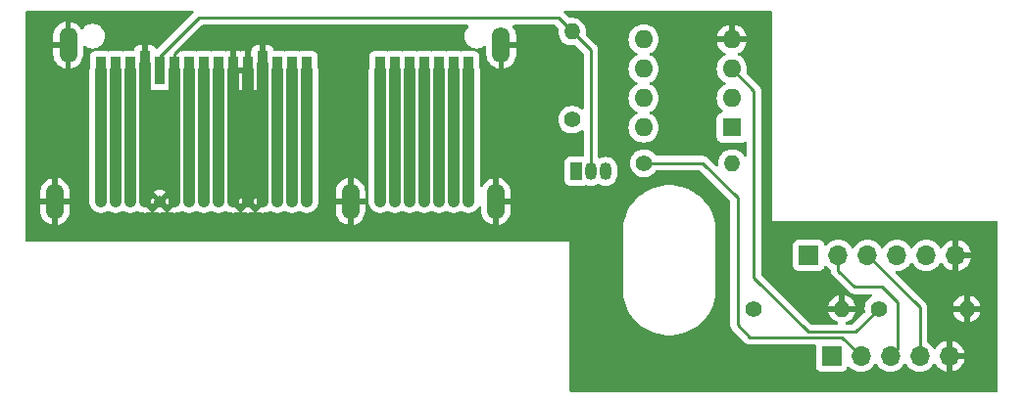
<source format=gbl>
%TF.GenerationSoftware,KiCad,Pcbnew,7.0.8*%
%TF.CreationDate,2023-10-16T22:13:19+02:00*%
%TF.ProjectId,sata_caddy,73617461-5f63-4616-9464-792e6b696361,rev?*%
%TF.SameCoordinates,Original*%
%TF.FileFunction,Copper,L2,Bot*%
%TF.FilePolarity,Positive*%
%FSLAX46Y46*%
G04 Gerber Fmt 4.6, Leading zero omitted, Abs format (unit mm)*
G04 Created by KiCad (PCBNEW 7.0.8) date 2023-10-16 22:13:19*
%MOMM*%
%LPD*%
G01*
G04 APERTURE LIST*
%TA.AperFunction,ComponentPad*%
%ADD10C,1.400000*%
%TD*%
%TA.AperFunction,ComponentPad*%
%ADD11O,1.400000X1.400000*%
%TD*%
%TA.AperFunction,ComponentPad*%
%ADD12R,1.700000X1.700000*%
%TD*%
%TA.AperFunction,ComponentPad*%
%ADD13O,1.700000X1.700000*%
%TD*%
%TA.AperFunction,ComponentPad*%
%ADD14R,1.050000X1.500000*%
%TD*%
%TA.AperFunction,ComponentPad*%
%ADD15O,1.050000X1.500000*%
%TD*%
%TA.AperFunction,ComponentPad*%
%ADD16R,1.600000X1.600000*%
%TD*%
%TA.AperFunction,ComponentPad*%
%ADD17O,1.600000X1.600000*%
%TD*%
%TA.AperFunction,ComponentPad*%
%ADD18C,1.000000*%
%TD*%
%TA.AperFunction,ComponentPad*%
%ADD19O,1.545000X3.090000*%
%TD*%
%TA.AperFunction,SMDPad,CuDef*%
%ADD20R,0.900000X2.400000*%
%TD*%
%TA.AperFunction,ViaPad*%
%ADD21C,0.800000*%
%TD*%
%TA.AperFunction,Conductor*%
%ADD22C,1.000000*%
%TD*%
%TA.AperFunction,Conductor*%
%ADD23C,0.250000*%
%TD*%
G04 APERTURE END LIST*
D10*
%TO.P,R4,1*%
%TO.N,/SENS_CADDY_CLOSED*%
X68400000Y-43200000D03*
D11*
%TO.P,R4,2*%
%TO.N,Net-(U1--)*%
X76020000Y-43200000D03*
%TD*%
D12*
%TO.P,J1,1,Pin_1*%
%TO.N,+3.3V*%
X82650000Y-51175000D03*
D13*
%TO.P,J1,2,Pin_2*%
%TO.N,/RED_ANODE*%
X85190000Y-51175000D03*
%TO.P,J1,3,Pin_3*%
%TO.N,/GREEN_ANODE*%
X87730000Y-51175000D03*
%TO.P,J1,4,Pin_4*%
%TO.N,/BLUE_ANODE*%
X90270000Y-51175000D03*
%TO.P,J1,5,Pin_5*%
%TO.N,/CONN_SENS*%
X92810000Y-51175000D03*
%TO.P,J1,6,Pin_6*%
%TO.N,GND*%
X95350000Y-51175000D03*
%TD*%
D12*
%TO.P,J4,1,Pin_1*%
%TO.N,+3.3V*%
X84620000Y-59900000D03*
D13*
%TO.P,J4,2,Pin_2*%
%TO.N,/SENS_CADDY_CLOSED*%
X87160000Y-59900000D03*
%TO.P,J4,3,Pin_3*%
%TO.N,/RED_ANODE*%
X89700000Y-59900000D03*
%TO.P,J4,4,Pin_4*%
%TO.N,/GREEN_ANODE*%
X92240000Y-59900000D03*
%TO.P,J4,5,Pin_5*%
%TO.N,GND*%
X94780000Y-59900000D03*
%TD*%
D10*
%TO.P,R1,1*%
%TO.N,+3.3V*%
X62200000Y-39420000D03*
D11*
%TO.P,R1,2*%
%TO.N,/SATA_PIN_11*%
X62200000Y-31800000D03*
%TD*%
D14*
%TO.P,Q1,1,C*%
%TO.N,/BLUE_ANODE*%
X62560000Y-43900000D03*
D15*
%TO.P,Q1,2,B*%
%TO.N,/SATA_PIN_11*%
X63830000Y-43900000D03*
%TO.P,Q1,3,E*%
%TO.N,+3.3V*%
X65100000Y-43900000D03*
%TD*%
D10*
%TO.P,R2,1*%
%TO.N,/CONN_SENS*%
X88680000Y-55800000D03*
D11*
%TO.P,R2,2*%
%TO.N,GND*%
X96300000Y-55800000D03*
%TD*%
D10*
%TO.P,R3,1*%
%TO.N,Net-(U1--)*%
X77890000Y-55800000D03*
D11*
%TO.P,R3,2*%
%TO.N,GND*%
X85510000Y-55800000D03*
%TD*%
D16*
%TO.P,U1,1,NULL*%
%TO.N,unconnected-(U1-NULL-Pad1)*%
X76000000Y-40100000D03*
D17*
%TO.P,U1,2,-*%
%TO.N,Net-(U1--)*%
X76000000Y-37560000D03*
%TO.P,U1,3,+*%
%TO.N,/CONN_SENS*%
X76000000Y-35020000D03*
%TO.P,U1,4,V-*%
%TO.N,GND*%
X76000000Y-32480000D03*
%TO.P,U1,5,NULL*%
%TO.N,unconnected-(U1-NULL-Pad5)*%
X68380000Y-32480000D03*
%TO.P,U1,6*%
%TO.N,/SENS_CADDY_CLOSED*%
X68380000Y-35020000D03*
%TO.P,U1,7,V+*%
%TO.N,+3.3V*%
X68380000Y-37560000D03*
%TO.P,U1,8,STRB*%
%TO.N,unconnected-(U1-STRB-Pad8)*%
X68380000Y-40100000D03*
%TD*%
D18*
%TO.P,J3,P1,P1*%
%TO.N,+3.3V*%
X39270000Y-46500000D03*
%TO.P,J3,P2,P2*%
X38000000Y-46500000D03*
%TO.P,J3,P3,P3*%
X36730000Y-46500000D03*
%TO.P,J3,P4,P4*%
%TO.N,GND*%
X35460000Y-46500000D03*
%TO.P,J3,P5,P5*%
X34190000Y-46500000D03*
%TO.P,J3,P6,P6*%
X32920000Y-46500000D03*
%TO.P,J3,P7,P7*%
%TO.N,Net-(J2-PadP7)*%
X31650000Y-46500000D03*
%TO.P,J3,P8,P8*%
%TO.N,Net-(J2-PadP8)*%
X30380000Y-46500000D03*
%TO.P,J3,P9,P9*%
%TO.N,Net-(J2-PadP9)*%
X29110000Y-46500000D03*
%TO.P,J3,P10,P10*%
%TO.N,GND*%
X27840000Y-46500000D03*
%TO.P,J3,P11,P11*%
X26570000Y-46500000D03*
%TO.P,J3,P12,P12*%
X25300000Y-46500000D03*
%TO.P,J3,P13,P13*%
%TO.N,Net-(J2-PadP13)*%
X24030000Y-46500000D03*
%TO.P,J3,P14,P14*%
%TO.N,Net-(J2-PadP14)*%
X22760000Y-46500000D03*
%TO.P,J3,P15,P15*%
%TO.N,Net-(J2-PadP15)*%
X21490000Y-46500000D03*
%TO.P,J3,S1,S1*%
%TO.N,/S1*%
X53240000Y-46500000D03*
%TO.P,J3,S2,S2*%
%TO.N,/S2*%
X51970000Y-46500000D03*
%TO.P,J3,S3,S3*%
%TO.N,/S3*%
X50700000Y-46500000D03*
%TO.P,J3,S4,S4*%
%TO.N,/S4*%
X49430000Y-46500000D03*
%TO.P,J3,S5,S5*%
%TO.N,/S5*%
X48160000Y-46500000D03*
%TO.P,J3,S6,S6*%
%TO.N,/S6*%
X46890000Y-46500000D03*
%TO.P,J3,S7,S7*%
%TO.N,/S7*%
X45620000Y-46500000D03*
D19*
%TO.P,J3,SH,SHIELD*%
%TO.N,GND*%
X17515000Y-46500000D03*
X43045000Y-46500000D03*
X55615000Y-46500000D03*
%TD*%
D20*
%TO.P,J2,P1,P1*%
%TO.N,+3.3V*%
X39270000Y-35200000D03*
%TO.P,J2,P2,P2*%
X38000000Y-35200000D03*
%TO.P,J2,P3,P3*%
X36730000Y-35200000D03*
%TO.P,J2,P4,P4*%
%TO.N,GND*%
X35460000Y-34700000D03*
%TO.P,J2,P5,P5*%
X34190000Y-35200000D03*
%TO.P,J2,P6,P6*%
X32920000Y-35200000D03*
%TO.P,J2,P7,P7*%
%TO.N,Net-(J2-PadP7)*%
X31650000Y-35200000D03*
%TO.P,J2,P8,P8*%
%TO.N,Net-(J2-PadP8)*%
X30380000Y-35200000D03*
%TO.P,J2,P9,P9*%
%TO.N,Net-(J2-PadP9)*%
X29110000Y-35200000D03*
%TO.P,J2,P10,P10*%
%TO.N,GND*%
X27840000Y-35200000D03*
%TO.P,J2,P11,P11*%
%TO.N,/SATA_PIN_11*%
X26570000Y-35200000D03*
%TO.P,J2,P12,P12*%
%TO.N,GND*%
X25300000Y-34700000D03*
%TO.P,J2,P13,P13*%
%TO.N,Net-(J2-PadP13)*%
X24030000Y-35200000D03*
%TO.P,J2,P14,P14*%
%TO.N,Net-(J2-PadP14)*%
X22760000Y-35200000D03*
%TO.P,J2,P15,P15*%
%TO.N,Net-(J2-PadP15)*%
X21490000Y-35200000D03*
%TO.P,J2,S1,S1*%
%TO.N,/S1*%
X53240000Y-35200000D03*
%TO.P,J2,S2,S2*%
%TO.N,/S2*%
X51970000Y-35200000D03*
%TO.P,J2,S3,S3*%
%TO.N,/S3*%
X50700000Y-35200000D03*
%TO.P,J2,S4,S4*%
%TO.N,/S4*%
X49430000Y-35200000D03*
%TO.P,J2,S5,S5*%
%TO.N,/S5*%
X48160000Y-35200000D03*
%TO.P,J2,S6,S6*%
%TO.N,/S6*%
X46890000Y-35200000D03*
%TO.P,J2,S7,S7*%
%TO.N,/S7*%
X45620000Y-35200000D03*
D19*
%TO.P,J2,SH,SHIELD*%
%TO.N,GND*%
X18655000Y-32975000D03*
X56075000Y-32975000D03*
%TD*%
D21*
%TO.N,GND*%
X34000000Y-31900000D03*
X17900000Y-42700000D03*
X55300000Y-38400000D03*
X19600000Y-35900000D03*
X32300000Y-32900000D03*
X26600000Y-44200000D03*
X19600000Y-41500000D03*
X43700000Y-37700000D03*
X17800000Y-40300000D03*
X51900000Y-32800000D03*
X55200000Y-40700000D03*
X22100000Y-31200000D03*
X43700000Y-43000000D03*
X38300000Y-32900000D03*
X57100000Y-37000000D03*
X26600000Y-40900000D03*
X26600000Y-37800000D03*
X57000000Y-41900000D03*
X19600000Y-38900000D03*
X17900000Y-37400000D03*
X43700000Y-34900000D03*
X41800000Y-39100000D03*
X29700000Y-32800000D03*
X46600000Y-31800000D03*
X19600000Y-43900000D03*
X41800000Y-41700000D03*
X45100000Y-32800000D03*
X43800000Y-31800000D03*
X55300000Y-43000000D03*
X27300000Y-31200000D03*
X36500000Y-32000000D03*
X40300000Y-31900000D03*
X31000000Y-31900000D03*
X57100000Y-39300000D03*
X43800000Y-40300000D03*
X26200000Y-32400000D03*
X24700000Y-31200000D03*
X41900000Y-32900000D03*
X50300000Y-31900000D03*
X23300000Y-32300000D03*
X55200000Y-35900000D03*
X41800000Y-36400000D03*
X48000000Y-32800000D03*
%TD*%
D22*
%TO.N,+3.3V*%
X38000000Y-35200000D02*
X38000000Y-46500000D01*
X36730000Y-35200000D02*
X36730000Y-46500000D01*
X39270000Y-35200000D02*
X39270000Y-46500000D01*
D23*
%TO.N,/RED_ANODE*%
X85190000Y-52490000D02*
X86600000Y-53900000D01*
X85190000Y-51175000D02*
X85190000Y-52490000D01*
X89000000Y-53900000D02*
X90298568Y-55198568D01*
X90298568Y-55198568D02*
X90298568Y-59301432D01*
X86600000Y-53900000D02*
X89000000Y-53900000D01*
X90298568Y-59301432D02*
X89700000Y-59900000D01*
%TO.N,/GREEN_ANODE*%
X92240000Y-55685000D02*
X92240000Y-59900000D01*
X87730000Y-51175000D02*
X92240000Y-55685000D01*
%TO.N,/CONN_SENS*%
X77900000Y-53100000D02*
X82600000Y-57800000D01*
X82600000Y-57800000D02*
X86680000Y-57800000D01*
X86680000Y-57800000D02*
X88680000Y-55800000D01*
X77900000Y-36920000D02*
X77900000Y-53100000D01*
X76000000Y-35020000D02*
X77900000Y-36920000D01*
D22*
%TO.N,GND*%
X27840000Y-35200000D02*
X27840000Y-46500000D01*
X34190000Y-35200000D02*
X34190000Y-46500000D01*
X35460000Y-34700000D02*
X35460000Y-46500000D01*
D23*
X28430000Y-33170000D02*
X27840000Y-33760000D01*
D22*
X25300000Y-34700000D02*
X25300000Y-46500000D01*
D23*
X27840000Y-33760000D02*
X27840000Y-35200000D01*
D22*
X32920000Y-35200000D02*
X32920000Y-46500000D01*
D23*
X56075000Y-46040000D02*
X55615000Y-46500000D01*
D22*
%TO.N,Net-(J2-PadP7)*%
X31650000Y-35200000D02*
X31650000Y-46500000D01*
%TO.N,Net-(J2-PadP8)*%
X30380000Y-35200000D02*
X30380000Y-46500000D01*
%TO.N,Net-(J2-PadP9)*%
X29110000Y-35200000D02*
X29110000Y-46500000D01*
D23*
%TO.N,/SATA_PIN_11*%
X61000000Y-30600000D02*
X29970000Y-30600000D01*
X63830000Y-33430000D02*
X62200000Y-31800000D01*
X63830000Y-43900000D02*
X63830000Y-33430000D01*
X26570000Y-34000000D02*
X26570000Y-35200000D01*
X62200000Y-31800000D02*
X61000000Y-30600000D01*
X29970000Y-30600000D02*
X26570000Y-34000000D01*
D22*
%TO.N,Net-(J2-PadP13)*%
X24030000Y-35200000D02*
X24030000Y-46500000D01*
%TO.N,Net-(J2-PadP14)*%
X22760000Y-35200000D02*
X22760000Y-46500000D01*
%TO.N,Net-(J2-PadP15)*%
X21490000Y-35200000D02*
X21490000Y-46500000D01*
%TO.N,/S1*%
X53240000Y-35200000D02*
X53240000Y-46500000D01*
%TO.N,/S2*%
X51970000Y-35200000D02*
X51970000Y-46500000D01*
%TO.N,/S3*%
X50700000Y-35200000D02*
X50700000Y-46500000D01*
%TO.N,/S4*%
X49430000Y-35200000D02*
X49430000Y-46500000D01*
%TO.N,/S5*%
X48160000Y-35200000D02*
X48160000Y-46500000D01*
%TO.N,/S6*%
X46890000Y-35200000D02*
X46890000Y-46500000D01*
%TO.N,/S7*%
X45620000Y-35200000D02*
X45620000Y-46500000D01*
D23*
%TO.N,/SENS_CADDY_CLOSED*%
X76500000Y-46200000D02*
X76500000Y-57200000D01*
X73500000Y-43200000D02*
X76500000Y-46200000D01*
X77550000Y-58250000D02*
X85510000Y-58250000D01*
X76500000Y-57200000D02*
X77550000Y-58250000D01*
X68400000Y-43200000D02*
X73500000Y-43200000D01*
X85510000Y-58250000D02*
X87160000Y-59900000D01*
%TD*%
%TA.AperFunction,Conductor*%
%TO.N,GND*%
G36*
X29452585Y-30020185D02*
G01*
X29498340Y-30072989D01*
X29508284Y-30142147D01*
X29479259Y-30205703D01*
X29473227Y-30212181D01*
X26393177Y-33292229D01*
X26331854Y-33325714D01*
X26262162Y-33320730D01*
X26206229Y-33278858D01*
X26196662Y-33263971D01*
X26193351Y-33257907D01*
X26107190Y-33142812D01*
X26107187Y-33142809D01*
X25992093Y-33056649D01*
X25992086Y-33056645D01*
X25857379Y-33006403D01*
X25857372Y-33006401D01*
X25797844Y-33000000D01*
X25550000Y-33000000D01*
X25550000Y-36400000D01*
X25569550Y-36419550D01*
X25570009Y-36419685D01*
X25572112Y-36422112D01*
X25586319Y-36436319D01*
X25585302Y-36437335D01*
X25615764Y-36472489D01*
X25623342Y-36500116D01*
X25624124Y-36499932D01*
X25625907Y-36507479D01*
X25676202Y-36642328D01*
X25676206Y-36642335D01*
X25762452Y-36757544D01*
X25762455Y-36757547D01*
X25877664Y-36843793D01*
X25877671Y-36843797D01*
X26012517Y-36894091D01*
X26012516Y-36894091D01*
X26019444Y-36894835D01*
X26072127Y-36900500D01*
X27067872Y-36900499D01*
X27127483Y-36894091D01*
X27162381Y-36881074D01*
X27232069Y-36876089D01*
X27249050Y-36881075D01*
X27282623Y-36893598D01*
X27342155Y-36899999D01*
X27342172Y-36900000D01*
X27590000Y-36900000D01*
X27590000Y-35074000D01*
X27609685Y-35006961D01*
X27662489Y-34961206D01*
X27714000Y-34950000D01*
X27966000Y-34950000D01*
X28033039Y-34969685D01*
X28078794Y-35022489D01*
X28090000Y-35074000D01*
X28090000Y-36913982D01*
X28106666Y-36944504D01*
X28109500Y-36970862D01*
X28109500Y-45384891D01*
X28089815Y-45451930D01*
X28037011Y-45497685D01*
X27973346Y-45508294D01*
X27840000Y-45495161D01*
X27643969Y-45514468D01*
X27455461Y-45571652D01*
X27331475Y-45637922D01*
X27843553Y-46150000D01*
X27810995Y-46150000D01*
X27724784Y-46164386D01*
X27622053Y-46219981D01*
X27542940Y-46305921D01*
X27496018Y-46412892D01*
X27486372Y-46529302D01*
X27515047Y-46642538D01*
X27578936Y-46740327D01*
X27671115Y-46812072D01*
X27781595Y-46850000D01*
X27843551Y-46850000D01*
X27331476Y-47362075D01*
X27331476Y-47362076D01*
X27455466Y-47428350D01*
X27643969Y-47485531D01*
X27643965Y-47485531D01*
X27840000Y-47504838D01*
X28036032Y-47485531D01*
X28224539Y-47428348D01*
X28398252Y-47335497D01*
X28403315Y-47332114D01*
X28404436Y-47333791D01*
X28460228Y-47310083D01*
X28529098Y-47321862D01*
X28546186Y-47332842D01*
X28546398Y-47332526D01*
X28551455Y-47335904D01*
X28551462Y-47335910D01*
X28554939Y-47337768D01*
X28572392Y-47349074D01*
X28578041Y-47353447D01*
X28578044Y-47353449D01*
X28653757Y-47390588D01*
X28724401Y-47428348D01*
X28725273Y-47428814D01*
X28732477Y-47430999D01*
X28751093Y-47438333D01*
X28760729Y-47443060D01*
X28839287Y-47463400D01*
X28913868Y-47486024D01*
X28922956Y-47486918D01*
X28924926Y-47487113D01*
X28943854Y-47490474D01*
X28957711Y-47494062D01*
X28957715Y-47494063D01*
X29034133Y-47497938D01*
X29037034Y-47498154D01*
X29110000Y-47505341D01*
X29124630Y-47503899D01*
X29143056Y-47503462D01*
X29160936Y-47504369D01*
X29233253Y-47493289D01*
X29236525Y-47492879D01*
X29306132Y-47486024D01*
X29323632Y-47480714D01*
X29340837Y-47476808D01*
X29362071Y-47473556D01*
X29427515Y-47449317D01*
X29431019Y-47448138D01*
X29494727Y-47428814D01*
X29517730Y-47416517D01*
X29525421Y-47413057D01*
X29552887Y-47402886D01*
X29552891Y-47402883D01*
X29552894Y-47402882D01*
X29609238Y-47367762D01*
X29612801Y-47365701D01*
X29668538Y-47335910D01*
X29668544Y-47335904D01*
X29673599Y-47332528D01*
X29674698Y-47334172D01*
X29730610Y-47310408D01*
X29799481Y-47322180D01*
X29816153Y-47332892D01*
X29816398Y-47332526D01*
X29821455Y-47335904D01*
X29821462Y-47335910D01*
X29824939Y-47337768D01*
X29842392Y-47349074D01*
X29848041Y-47353447D01*
X29848044Y-47353449D01*
X29923757Y-47390588D01*
X29994401Y-47428348D01*
X29995273Y-47428814D01*
X30002477Y-47430999D01*
X30021093Y-47438333D01*
X30030729Y-47443060D01*
X30109287Y-47463400D01*
X30183868Y-47486024D01*
X30192956Y-47486918D01*
X30194926Y-47487113D01*
X30213854Y-47490474D01*
X30227711Y-47494062D01*
X30227715Y-47494063D01*
X30304133Y-47497938D01*
X30307034Y-47498154D01*
X30380000Y-47505341D01*
X30394630Y-47503899D01*
X30413056Y-47503462D01*
X30430936Y-47504369D01*
X30503253Y-47493289D01*
X30506525Y-47492879D01*
X30576132Y-47486024D01*
X30593632Y-47480714D01*
X30610837Y-47476808D01*
X30632071Y-47473556D01*
X30697515Y-47449317D01*
X30701019Y-47448138D01*
X30764727Y-47428814D01*
X30787730Y-47416517D01*
X30795421Y-47413057D01*
X30822887Y-47402886D01*
X30822891Y-47402883D01*
X30822894Y-47402882D01*
X30879238Y-47367762D01*
X30882801Y-47365701D01*
X30938538Y-47335910D01*
X30938544Y-47335904D01*
X30943599Y-47332528D01*
X30944698Y-47334172D01*
X31000610Y-47310408D01*
X31069481Y-47322180D01*
X31086153Y-47332892D01*
X31086398Y-47332526D01*
X31091455Y-47335904D01*
X31091462Y-47335910D01*
X31094939Y-47337768D01*
X31112392Y-47349074D01*
X31118041Y-47353447D01*
X31118044Y-47353449D01*
X31193757Y-47390588D01*
X31264401Y-47428348D01*
X31265273Y-47428814D01*
X31272477Y-47430999D01*
X31291093Y-47438333D01*
X31300729Y-47443060D01*
X31379287Y-47463400D01*
X31453868Y-47486024D01*
X31462956Y-47486918D01*
X31464926Y-47487113D01*
X31483854Y-47490474D01*
X31497711Y-47494062D01*
X31497715Y-47494063D01*
X31574133Y-47497938D01*
X31577034Y-47498154D01*
X31650000Y-47505341D01*
X31664630Y-47503899D01*
X31683056Y-47503462D01*
X31700936Y-47504369D01*
X31773253Y-47493289D01*
X31776525Y-47492879D01*
X31846132Y-47486024D01*
X31863632Y-47480714D01*
X31880837Y-47476808D01*
X31902071Y-47473556D01*
X31967515Y-47449317D01*
X31971019Y-47448138D01*
X32034727Y-47428814D01*
X32057730Y-47416517D01*
X32065421Y-47413057D01*
X32092887Y-47402886D01*
X32092891Y-47402883D01*
X32092894Y-47402882D01*
X32149238Y-47367762D01*
X32152801Y-47365701D01*
X32208538Y-47335910D01*
X32208544Y-47335904D01*
X32213599Y-47332528D01*
X32214615Y-47334049D01*
X32271021Y-47310084D01*
X32339890Y-47321866D01*
X32356424Y-47332489D01*
X32356678Y-47332110D01*
X32361746Y-47335496D01*
X32535460Y-47428348D01*
X32723969Y-47485531D01*
X32723965Y-47485531D01*
X32920000Y-47504838D01*
X33116032Y-47485531D01*
X33304537Y-47428348D01*
X33428522Y-47362076D01*
X33681476Y-47362076D01*
X33805466Y-47428350D01*
X33993969Y-47485531D01*
X33993965Y-47485531D01*
X34190000Y-47504838D01*
X34386032Y-47485531D01*
X34574537Y-47428348D01*
X34698522Y-47362076D01*
X34190001Y-46853553D01*
X34190000Y-46853553D01*
X33681476Y-47362076D01*
X33428522Y-47362076D01*
X32916447Y-46850000D01*
X32949005Y-46850000D01*
X33035216Y-46835614D01*
X33137947Y-46780019D01*
X33217060Y-46694079D01*
X33263982Y-46587108D01*
X33271200Y-46500000D01*
X33273553Y-46500000D01*
X33555000Y-46781446D01*
X33555001Y-46781446D01*
X33807145Y-46529302D01*
X33836372Y-46529302D01*
X33865047Y-46642538D01*
X33928936Y-46740327D01*
X34021115Y-46812072D01*
X34131595Y-46850000D01*
X34219005Y-46850000D01*
X34305216Y-46835614D01*
X34407947Y-46780019D01*
X34487060Y-46694079D01*
X34533982Y-46587108D01*
X34541200Y-46500000D01*
X34543552Y-46500000D01*
X34825000Y-46781446D01*
X34825001Y-46781446D01*
X35106446Y-46500001D01*
X35106446Y-46499999D01*
X34825001Y-46218553D01*
X34825000Y-46218553D01*
X34543552Y-46500000D01*
X34541200Y-46500000D01*
X34543628Y-46470698D01*
X34514953Y-46357462D01*
X34451064Y-46259673D01*
X34358885Y-46187928D01*
X34248405Y-46150000D01*
X34160995Y-46150000D01*
X34074784Y-46164386D01*
X33972053Y-46219981D01*
X33892940Y-46305921D01*
X33846018Y-46412892D01*
X33836372Y-46529302D01*
X33807145Y-46529302D01*
X33836446Y-46500001D01*
X33836446Y-46499999D01*
X33555001Y-46218553D01*
X33555000Y-46218553D01*
X33273553Y-46500000D01*
X33271200Y-46500000D01*
X33273628Y-46470698D01*
X33244953Y-46357462D01*
X33181064Y-46259673D01*
X33088885Y-46187928D01*
X32978405Y-46150000D01*
X32916447Y-46150000D01*
X32920000Y-46146447D01*
X33428522Y-45637922D01*
X33681475Y-45637922D01*
X34190000Y-46146446D01*
X34190001Y-46146446D01*
X34698522Y-45637922D01*
X34951475Y-45637922D01*
X35463553Y-46150000D01*
X35430995Y-46150000D01*
X35344784Y-46164386D01*
X35242053Y-46219981D01*
X35162940Y-46305921D01*
X35116018Y-46412892D01*
X35106372Y-46529302D01*
X35135047Y-46642538D01*
X35198936Y-46740327D01*
X35291115Y-46812072D01*
X35401595Y-46850000D01*
X35463551Y-46850000D01*
X34951476Y-47362075D01*
X34951476Y-47362076D01*
X35075466Y-47428350D01*
X35263969Y-47485531D01*
X35263965Y-47485531D01*
X35460000Y-47504838D01*
X35656032Y-47485531D01*
X35844539Y-47428348D01*
X36018252Y-47335497D01*
X36023315Y-47332114D01*
X36024436Y-47333791D01*
X36080228Y-47310083D01*
X36149098Y-47321862D01*
X36166186Y-47332842D01*
X36166398Y-47332526D01*
X36171455Y-47335904D01*
X36171462Y-47335910D01*
X36174939Y-47337768D01*
X36192392Y-47349074D01*
X36198041Y-47353447D01*
X36198044Y-47353449D01*
X36273757Y-47390588D01*
X36344401Y-47428348D01*
X36345273Y-47428814D01*
X36352477Y-47430999D01*
X36371093Y-47438333D01*
X36380729Y-47443060D01*
X36459287Y-47463400D01*
X36533868Y-47486024D01*
X36542956Y-47486918D01*
X36544926Y-47487113D01*
X36563854Y-47490474D01*
X36577711Y-47494062D01*
X36577715Y-47494063D01*
X36654133Y-47497938D01*
X36657034Y-47498154D01*
X36730000Y-47505341D01*
X36744630Y-47503899D01*
X36763056Y-47503462D01*
X36780936Y-47504369D01*
X36853253Y-47493289D01*
X36856525Y-47492879D01*
X36926132Y-47486024D01*
X36943632Y-47480714D01*
X36960837Y-47476808D01*
X36982071Y-47473556D01*
X37047515Y-47449317D01*
X37051019Y-47448138D01*
X37114727Y-47428814D01*
X37137730Y-47416517D01*
X37145421Y-47413057D01*
X37172887Y-47402886D01*
X37172891Y-47402883D01*
X37172894Y-47402882D01*
X37229238Y-47367762D01*
X37232801Y-47365701D01*
X37288538Y-47335910D01*
X37288544Y-47335904D01*
X37293599Y-47332528D01*
X37294698Y-47334172D01*
X37350610Y-47310408D01*
X37419481Y-47322180D01*
X37436153Y-47332892D01*
X37436398Y-47332526D01*
X37441455Y-47335904D01*
X37441462Y-47335910D01*
X37444939Y-47337768D01*
X37462392Y-47349074D01*
X37468041Y-47353447D01*
X37468044Y-47353449D01*
X37543757Y-47390588D01*
X37614401Y-47428348D01*
X37615273Y-47428814D01*
X37622477Y-47430999D01*
X37641093Y-47438333D01*
X37650729Y-47443060D01*
X37729287Y-47463400D01*
X37803868Y-47486024D01*
X37812956Y-47486918D01*
X37814926Y-47487113D01*
X37833854Y-47490474D01*
X37847711Y-47494062D01*
X37847715Y-47494063D01*
X37924133Y-47497938D01*
X37927034Y-47498154D01*
X38000000Y-47505341D01*
X38014630Y-47503899D01*
X38033056Y-47503462D01*
X38050936Y-47504369D01*
X38123253Y-47493289D01*
X38126525Y-47492879D01*
X38196132Y-47486024D01*
X38213632Y-47480714D01*
X38230837Y-47476808D01*
X38252071Y-47473556D01*
X38317515Y-47449317D01*
X38321019Y-47448138D01*
X38384727Y-47428814D01*
X38407730Y-47416517D01*
X38415421Y-47413057D01*
X38442887Y-47402886D01*
X38442891Y-47402883D01*
X38442894Y-47402882D01*
X38499238Y-47367762D01*
X38502801Y-47365701D01*
X38558538Y-47335910D01*
X38558544Y-47335904D01*
X38563599Y-47332528D01*
X38564698Y-47334172D01*
X38620610Y-47310408D01*
X38689481Y-47322180D01*
X38706153Y-47332892D01*
X38706398Y-47332526D01*
X38711455Y-47335904D01*
X38711462Y-47335910D01*
X38714939Y-47337768D01*
X38732392Y-47349074D01*
X38738041Y-47353447D01*
X38738044Y-47353449D01*
X38813757Y-47390588D01*
X38884401Y-47428348D01*
X38885273Y-47428814D01*
X38892477Y-47430999D01*
X38911093Y-47438333D01*
X38920729Y-47443060D01*
X38999287Y-47463400D01*
X39073868Y-47486024D01*
X39082956Y-47486918D01*
X39084926Y-47487113D01*
X39103854Y-47490474D01*
X39117711Y-47494062D01*
X39117715Y-47494063D01*
X39194133Y-47497938D01*
X39197034Y-47498154D01*
X39270000Y-47505341D01*
X39284630Y-47503899D01*
X39303056Y-47503462D01*
X39320936Y-47504369D01*
X39393253Y-47493289D01*
X39396525Y-47492879D01*
X39466132Y-47486024D01*
X39483632Y-47480714D01*
X39500837Y-47476808D01*
X39522071Y-47473556D01*
X39587515Y-47449317D01*
X39591019Y-47448138D01*
X39654727Y-47428814D01*
X39677730Y-47416517D01*
X39685421Y-47413057D01*
X39712887Y-47402886D01*
X39712891Y-47402883D01*
X39712894Y-47402882D01*
X39769238Y-47367762D01*
X39772801Y-47365701D01*
X39828538Y-47335910D01*
X39836177Y-47329640D01*
X41772500Y-47329640D01*
X41787888Y-47500633D01*
X41848821Y-47721420D01*
X41848826Y-47721431D01*
X41948207Y-47927799D01*
X41948209Y-47927803D01*
X42082839Y-48113105D01*
X42082846Y-48113113D01*
X42248401Y-48271400D01*
X42439561Y-48397585D01*
X42650190Y-48487611D01*
X42650193Y-48487612D01*
X42795000Y-48520663D01*
X42795000Y-47508909D01*
X42805839Y-47516560D01*
X42939235Y-47563969D01*
X43080475Y-47573630D01*
X43219084Y-47544827D01*
X43295000Y-47505490D01*
X43295000Y-48522756D01*
X43329296Y-48518111D01*
X43329300Y-48518110D01*
X43547147Y-48447327D01*
X43748847Y-48338788D01*
X43748850Y-48338786D01*
X43927928Y-48195976D01*
X44078634Y-48023480D01*
X44078635Y-48023478D01*
X44196118Y-47826847D01*
X44276600Y-47612399D01*
X44317500Y-47387029D01*
X44317500Y-46750000D01*
X43560000Y-46750000D01*
X43560000Y-46500000D01*
X44614659Y-46500000D01*
X44619189Y-46545999D01*
X44619408Y-46548938D01*
X44619499Y-46550736D01*
X44624474Y-46599663D01*
X44633976Y-46696130D01*
X44634034Y-46696419D01*
X44634904Y-46702228D01*
X44634924Y-46702429D01*
X44634927Y-46702444D01*
X44663965Y-46794992D01*
X44691184Y-46884722D01*
X44693980Y-46891473D01*
X44695816Y-46896528D01*
X44695844Y-46896595D01*
X44720254Y-46940573D01*
X44741387Y-46978648D01*
X44784089Y-47058537D01*
X44787474Y-47063602D01*
X44787271Y-47063737D01*
X44794454Y-47074304D01*
X44794593Y-47074505D01*
X44853656Y-47143305D01*
X44909117Y-47210884D01*
X44909395Y-47211112D01*
X44924810Y-47226188D01*
X44927134Y-47228895D01*
X44927138Y-47228898D01*
X44927140Y-47228900D01*
X44954734Y-47250259D01*
X44996326Y-47282454D01*
X45061462Y-47335910D01*
X45064939Y-47337768D01*
X45082392Y-47349074D01*
X45088041Y-47353447D01*
X45088044Y-47353449D01*
X45163757Y-47390588D01*
X45234401Y-47428348D01*
X45235273Y-47428814D01*
X45242477Y-47430999D01*
X45261093Y-47438333D01*
X45270729Y-47443060D01*
X45349287Y-47463400D01*
X45423868Y-47486024D01*
X45432956Y-47486918D01*
X45434926Y-47487113D01*
X45453854Y-47490474D01*
X45467711Y-47494062D01*
X45467715Y-47494063D01*
X45544133Y-47497938D01*
X45547034Y-47498154D01*
X45620000Y-47505341D01*
X45634630Y-47503899D01*
X45653056Y-47503462D01*
X45670936Y-47504369D01*
X45743253Y-47493289D01*
X45746525Y-47492879D01*
X45816132Y-47486024D01*
X45833632Y-47480714D01*
X45850837Y-47476808D01*
X45872071Y-47473556D01*
X45937515Y-47449317D01*
X45941019Y-47448138D01*
X46004727Y-47428814D01*
X46027730Y-47416517D01*
X46035421Y-47413057D01*
X46062887Y-47402886D01*
X46062891Y-47402883D01*
X46062894Y-47402882D01*
X46119238Y-47367762D01*
X46122801Y-47365701D01*
X46178538Y-47335910D01*
X46178544Y-47335904D01*
X46183599Y-47332528D01*
X46184698Y-47334172D01*
X46240610Y-47310408D01*
X46309481Y-47322180D01*
X46326153Y-47332892D01*
X46326398Y-47332526D01*
X46331455Y-47335904D01*
X46331462Y-47335910D01*
X46334939Y-47337768D01*
X46352392Y-47349074D01*
X46358041Y-47353447D01*
X46358044Y-47353449D01*
X46433757Y-47390588D01*
X46504401Y-47428348D01*
X46505273Y-47428814D01*
X46512477Y-47430999D01*
X46531093Y-47438333D01*
X46540729Y-47443060D01*
X46619287Y-47463400D01*
X46693868Y-47486024D01*
X46702956Y-47486918D01*
X46704926Y-47487113D01*
X46723854Y-47490474D01*
X46737711Y-47494062D01*
X46737715Y-47494063D01*
X46814133Y-47497938D01*
X46817034Y-47498154D01*
X46890000Y-47505341D01*
X46904630Y-47503899D01*
X46923056Y-47503462D01*
X46940936Y-47504369D01*
X47013253Y-47493289D01*
X47016525Y-47492879D01*
X47086132Y-47486024D01*
X47103632Y-47480714D01*
X47120837Y-47476808D01*
X47142071Y-47473556D01*
X47207515Y-47449317D01*
X47211019Y-47448138D01*
X47274727Y-47428814D01*
X47297730Y-47416517D01*
X47305421Y-47413057D01*
X47332887Y-47402886D01*
X47332891Y-47402883D01*
X47332894Y-47402882D01*
X47389238Y-47367762D01*
X47392801Y-47365701D01*
X47448538Y-47335910D01*
X47448544Y-47335904D01*
X47453599Y-47332528D01*
X47454698Y-47334172D01*
X47510610Y-47310408D01*
X47579481Y-47322180D01*
X47596153Y-47332892D01*
X47596398Y-47332526D01*
X47601455Y-47335904D01*
X47601462Y-47335910D01*
X47604939Y-47337768D01*
X47622392Y-47349074D01*
X47628041Y-47353447D01*
X47628044Y-47353449D01*
X47703757Y-47390588D01*
X47774401Y-47428348D01*
X47775273Y-47428814D01*
X47782477Y-47430999D01*
X47801093Y-47438333D01*
X47810729Y-47443060D01*
X47889287Y-47463400D01*
X47963868Y-47486024D01*
X47972956Y-47486918D01*
X47974926Y-47487113D01*
X47993854Y-47490474D01*
X48007711Y-47494062D01*
X48007715Y-47494063D01*
X48084133Y-47497938D01*
X48087034Y-47498154D01*
X48160000Y-47505341D01*
X48174630Y-47503899D01*
X48193056Y-47503462D01*
X48210936Y-47504369D01*
X48283253Y-47493289D01*
X48286525Y-47492879D01*
X48356132Y-47486024D01*
X48373632Y-47480714D01*
X48390837Y-47476808D01*
X48412071Y-47473556D01*
X48477515Y-47449317D01*
X48481019Y-47448138D01*
X48544727Y-47428814D01*
X48567730Y-47416517D01*
X48575421Y-47413057D01*
X48602887Y-47402886D01*
X48602891Y-47402883D01*
X48602894Y-47402882D01*
X48659238Y-47367762D01*
X48662801Y-47365701D01*
X48718538Y-47335910D01*
X48718544Y-47335904D01*
X48723599Y-47332528D01*
X48724698Y-47334172D01*
X48780610Y-47310408D01*
X48849481Y-47322180D01*
X48866153Y-47332892D01*
X48866398Y-47332526D01*
X48871455Y-47335904D01*
X48871462Y-47335910D01*
X48874939Y-47337768D01*
X48892392Y-47349074D01*
X48898041Y-47353447D01*
X48898044Y-47353449D01*
X48973757Y-47390588D01*
X49044401Y-47428348D01*
X49045273Y-47428814D01*
X49052477Y-47430999D01*
X49071093Y-47438333D01*
X49080729Y-47443060D01*
X49159287Y-47463400D01*
X49233868Y-47486024D01*
X49242956Y-47486918D01*
X49244926Y-47487113D01*
X49263854Y-47490474D01*
X49277711Y-47494062D01*
X49277715Y-47494063D01*
X49354133Y-47497938D01*
X49357034Y-47498154D01*
X49430000Y-47505341D01*
X49444630Y-47503899D01*
X49463056Y-47503462D01*
X49480936Y-47504369D01*
X49553253Y-47493289D01*
X49556525Y-47492879D01*
X49626132Y-47486024D01*
X49643632Y-47480714D01*
X49660837Y-47476808D01*
X49682071Y-47473556D01*
X49747515Y-47449317D01*
X49751019Y-47448138D01*
X49814727Y-47428814D01*
X49837730Y-47416517D01*
X49845421Y-47413057D01*
X49872887Y-47402886D01*
X49872891Y-47402883D01*
X49872894Y-47402882D01*
X49929238Y-47367762D01*
X49932801Y-47365701D01*
X49988538Y-47335910D01*
X49988544Y-47335904D01*
X49993599Y-47332528D01*
X49994698Y-47334172D01*
X50050610Y-47310408D01*
X50119481Y-47322180D01*
X50136153Y-47332892D01*
X50136398Y-47332526D01*
X50141455Y-47335904D01*
X50141462Y-47335910D01*
X50144939Y-47337768D01*
X50162392Y-47349074D01*
X50168041Y-47353447D01*
X50168044Y-47353449D01*
X50243757Y-47390588D01*
X50314401Y-47428348D01*
X50315273Y-47428814D01*
X50322477Y-47430999D01*
X50341093Y-47438333D01*
X50350729Y-47443060D01*
X50429287Y-47463400D01*
X50503868Y-47486024D01*
X50512956Y-47486918D01*
X50514926Y-47487113D01*
X50533854Y-47490474D01*
X50547711Y-47494062D01*
X50547715Y-47494063D01*
X50624133Y-47497938D01*
X50627034Y-47498154D01*
X50700000Y-47505341D01*
X50714630Y-47503899D01*
X50733056Y-47503462D01*
X50750936Y-47504369D01*
X50823253Y-47493289D01*
X50826525Y-47492879D01*
X50896132Y-47486024D01*
X50913632Y-47480714D01*
X50930837Y-47476808D01*
X50952071Y-47473556D01*
X51017515Y-47449317D01*
X51021019Y-47448138D01*
X51084727Y-47428814D01*
X51107730Y-47416517D01*
X51115421Y-47413057D01*
X51142887Y-47402886D01*
X51142891Y-47402883D01*
X51142894Y-47402882D01*
X51199238Y-47367762D01*
X51202801Y-47365701D01*
X51258538Y-47335910D01*
X51258544Y-47335904D01*
X51263599Y-47332528D01*
X51264698Y-47334172D01*
X51320610Y-47310408D01*
X51389481Y-47322180D01*
X51406153Y-47332892D01*
X51406398Y-47332526D01*
X51411455Y-47335904D01*
X51411462Y-47335910D01*
X51414939Y-47337768D01*
X51432392Y-47349074D01*
X51438041Y-47353447D01*
X51438044Y-47353449D01*
X51513757Y-47390588D01*
X51584401Y-47428348D01*
X51585273Y-47428814D01*
X51592477Y-47430999D01*
X51611093Y-47438333D01*
X51620729Y-47443060D01*
X51699287Y-47463400D01*
X51773868Y-47486024D01*
X51782956Y-47486918D01*
X51784926Y-47487113D01*
X51803854Y-47490474D01*
X51817711Y-47494062D01*
X51817715Y-47494063D01*
X51894133Y-47497938D01*
X51897034Y-47498154D01*
X51970000Y-47505341D01*
X51984630Y-47503899D01*
X52003056Y-47503462D01*
X52020936Y-47504369D01*
X52093253Y-47493289D01*
X52096525Y-47492879D01*
X52166132Y-47486024D01*
X52183632Y-47480714D01*
X52200837Y-47476808D01*
X52222071Y-47473556D01*
X52287515Y-47449317D01*
X52291019Y-47448138D01*
X52354727Y-47428814D01*
X52377730Y-47416517D01*
X52385421Y-47413057D01*
X52412887Y-47402886D01*
X52412891Y-47402883D01*
X52412894Y-47402882D01*
X52469238Y-47367762D01*
X52472801Y-47365701D01*
X52528538Y-47335910D01*
X52528544Y-47335904D01*
X52533599Y-47332528D01*
X52534698Y-47334172D01*
X52590610Y-47310408D01*
X52659481Y-47322180D01*
X52676153Y-47332892D01*
X52676398Y-47332526D01*
X52681455Y-47335904D01*
X52681462Y-47335910D01*
X52684939Y-47337768D01*
X52702392Y-47349074D01*
X52708041Y-47353447D01*
X52708044Y-47353449D01*
X52783757Y-47390588D01*
X52854401Y-47428348D01*
X52855273Y-47428814D01*
X52862477Y-47430999D01*
X52881093Y-47438333D01*
X52890729Y-47443060D01*
X52969287Y-47463400D01*
X53043868Y-47486024D01*
X53052956Y-47486918D01*
X53054926Y-47487113D01*
X53073854Y-47490474D01*
X53087711Y-47494062D01*
X53087715Y-47494063D01*
X53164133Y-47497938D01*
X53167034Y-47498154D01*
X53240000Y-47505341D01*
X53254630Y-47503899D01*
X53273056Y-47503462D01*
X53290936Y-47504369D01*
X53363253Y-47493289D01*
X53366525Y-47492879D01*
X53436132Y-47486024D01*
X53453632Y-47480714D01*
X53470837Y-47476808D01*
X53492071Y-47473556D01*
X53557515Y-47449317D01*
X53561019Y-47448138D01*
X53624727Y-47428814D01*
X53647730Y-47416517D01*
X53655421Y-47413057D01*
X53682887Y-47402886D01*
X53682891Y-47402883D01*
X53682894Y-47402882D01*
X53739238Y-47367762D01*
X53742801Y-47365701D01*
X53798538Y-47335910D01*
X53821310Y-47317220D01*
X53827840Y-47312535D01*
X53855571Y-47295252D01*
X53901288Y-47251793D01*
X53904631Y-47248839D01*
X53950883Y-47210883D01*
X53971717Y-47185495D01*
X53976915Y-47179904D01*
X54003053Y-47155059D01*
X54037143Y-47106079D01*
X54040088Y-47102185D01*
X54075910Y-47058538D01*
X54092989Y-47026582D01*
X54096770Y-47020410D01*
X54116729Y-46991734D01*
X54171183Y-46947960D01*
X54240661Y-46940573D01*
X54303104Y-46971922D01*
X54338685Y-47032054D01*
X54342500Y-47062577D01*
X54342500Y-47329640D01*
X54357888Y-47500633D01*
X54418821Y-47721420D01*
X54418826Y-47721431D01*
X54518207Y-47927799D01*
X54518209Y-47927803D01*
X54652839Y-48113105D01*
X54652846Y-48113113D01*
X54818401Y-48271400D01*
X55009561Y-48397585D01*
X55220190Y-48487611D01*
X55220193Y-48487612D01*
X55365000Y-48520663D01*
X55365000Y-47508909D01*
X55375839Y-47516560D01*
X55509235Y-47563969D01*
X55650475Y-47573630D01*
X55789084Y-47544827D01*
X55865000Y-47505490D01*
X55865000Y-48522755D01*
X55899296Y-48518111D01*
X55899300Y-48518110D01*
X56117147Y-48447327D01*
X56318847Y-48338788D01*
X56318850Y-48338786D01*
X56497928Y-48195976D01*
X56648634Y-48023480D01*
X56648635Y-48023478D01*
X56766118Y-47826847D01*
X56846600Y-47612399D01*
X56887500Y-47387029D01*
X56887500Y-46750000D01*
X56130000Y-46750000D01*
X56130000Y-46250000D01*
X56887500Y-46250000D01*
X56887500Y-45670363D01*
X56887499Y-45670359D01*
X56872111Y-45499366D01*
X56811178Y-45278579D01*
X56811173Y-45278568D01*
X56711792Y-45072200D01*
X56711790Y-45072196D01*
X56577160Y-44886894D01*
X56577153Y-44886886D01*
X56411598Y-44728599D01*
X56220438Y-44602414D01*
X56009811Y-44512389D01*
X56009805Y-44512387D01*
X55865000Y-44479336D01*
X55865000Y-45491090D01*
X55854161Y-45483440D01*
X55720765Y-45436031D01*
X55579525Y-45426370D01*
X55440916Y-45455173D01*
X55365000Y-45494509D01*
X55365000Y-44477243D01*
X55330694Y-44481890D01*
X55112852Y-44552672D01*
X54911152Y-44661211D01*
X54911149Y-44661213D01*
X54732071Y-44804023D01*
X54581365Y-44976519D01*
X54581364Y-44976521D01*
X54470947Y-45161327D01*
X54419665Y-45208780D01*
X54350867Y-45220975D01*
X54286398Y-45194040D01*
X54246726Y-45136525D01*
X54240500Y-45097727D01*
X54240500Y-35149256D01*
X54225074Y-34997560D01*
X54196186Y-34905489D01*
X54190499Y-34868368D01*
X54190499Y-33952129D01*
X54190498Y-33952123D01*
X54190497Y-33952116D01*
X54184091Y-33892517D01*
X54182940Y-33889432D01*
X54133797Y-33757671D01*
X54133793Y-33757664D01*
X54047547Y-33642455D01*
X54047544Y-33642452D01*
X53932335Y-33556206D01*
X53932328Y-33556202D01*
X53797482Y-33505908D01*
X53797483Y-33505908D01*
X53737883Y-33499501D01*
X53737881Y-33499500D01*
X53737873Y-33499500D01*
X53737864Y-33499500D01*
X52742129Y-33499500D01*
X52742123Y-33499501D01*
X52682518Y-33505908D01*
X52648331Y-33518659D01*
X52578639Y-33523642D01*
X52561669Y-33518659D01*
X52528810Y-33506404D01*
X52527483Y-33505909D01*
X52527482Y-33505908D01*
X52467883Y-33499501D01*
X52467881Y-33499500D01*
X52467873Y-33499500D01*
X52467864Y-33499500D01*
X51472129Y-33499500D01*
X51472123Y-33499501D01*
X51412518Y-33505908D01*
X51378331Y-33518659D01*
X51308639Y-33523642D01*
X51291669Y-33518659D01*
X51258810Y-33506404D01*
X51257483Y-33505909D01*
X51257482Y-33505908D01*
X51197883Y-33499501D01*
X51197881Y-33499500D01*
X51197873Y-33499500D01*
X51197864Y-33499500D01*
X50202129Y-33499500D01*
X50202123Y-33499501D01*
X50142518Y-33505908D01*
X50108331Y-33518659D01*
X50038639Y-33523642D01*
X50021669Y-33518659D01*
X49988810Y-33506404D01*
X49987483Y-33505909D01*
X49987482Y-33505908D01*
X49927883Y-33499501D01*
X49927881Y-33499500D01*
X49927873Y-33499500D01*
X49927864Y-33499500D01*
X48932129Y-33499500D01*
X48932123Y-33499501D01*
X48872518Y-33505908D01*
X48838331Y-33518659D01*
X48768639Y-33523642D01*
X48751669Y-33518659D01*
X48718810Y-33506404D01*
X48717483Y-33505909D01*
X48717482Y-33505908D01*
X48657883Y-33499501D01*
X48657881Y-33499500D01*
X48657873Y-33499500D01*
X48657864Y-33499500D01*
X47662129Y-33499500D01*
X47662123Y-33499501D01*
X47602518Y-33505908D01*
X47568331Y-33518659D01*
X47498639Y-33523642D01*
X47481669Y-33518659D01*
X47448810Y-33506404D01*
X47447483Y-33505909D01*
X47447482Y-33505908D01*
X47387883Y-33499501D01*
X47387881Y-33499500D01*
X47387873Y-33499500D01*
X47387864Y-33499500D01*
X46392129Y-33499500D01*
X46392123Y-33499501D01*
X46332518Y-33505908D01*
X46298331Y-33518659D01*
X46228639Y-33523642D01*
X46211669Y-33518659D01*
X46178810Y-33506404D01*
X46177483Y-33505909D01*
X46177482Y-33505908D01*
X46117883Y-33499501D01*
X46117881Y-33499500D01*
X46117873Y-33499500D01*
X46117864Y-33499500D01*
X45122129Y-33499500D01*
X45122123Y-33499501D01*
X45062516Y-33505908D01*
X44927671Y-33556202D01*
X44927664Y-33556206D01*
X44812455Y-33642452D01*
X44812452Y-33642455D01*
X44726206Y-33757664D01*
X44726202Y-33757671D01*
X44675908Y-33892517D01*
X44671251Y-33935841D01*
X44669501Y-33952123D01*
X44669500Y-33952135D01*
X44669500Y-34852394D01*
X44661239Y-34892601D01*
X44662341Y-34892947D01*
X44660461Y-34898938D01*
X44660460Y-34898941D01*
X44660460Y-34898942D01*
X44647665Y-34961206D01*
X44619500Y-35098258D01*
X44619500Y-46447798D01*
X44619201Y-46453878D01*
X44614659Y-46499999D01*
X44614659Y-46500000D01*
X43560000Y-46500000D01*
X43560000Y-46250000D01*
X44317500Y-46250000D01*
X44317500Y-45670363D01*
X44317499Y-45670359D01*
X44302111Y-45499366D01*
X44241178Y-45278579D01*
X44241173Y-45278568D01*
X44141792Y-45072200D01*
X44141790Y-45072196D01*
X44007160Y-44886894D01*
X44007153Y-44886886D01*
X43841598Y-44728599D01*
X43650438Y-44602414D01*
X43439811Y-44512389D01*
X43439805Y-44512387D01*
X43295000Y-44479336D01*
X43295000Y-45491090D01*
X43284161Y-45483440D01*
X43150765Y-45436031D01*
X43009525Y-45426370D01*
X42870916Y-45455173D01*
X42795000Y-45494509D01*
X42795000Y-44477243D01*
X42760694Y-44481890D01*
X42542852Y-44552672D01*
X42341152Y-44661211D01*
X42341149Y-44661213D01*
X42162071Y-44804023D01*
X42011365Y-44976519D01*
X42011364Y-44976521D01*
X41893881Y-45173152D01*
X41813399Y-45387600D01*
X41772500Y-45612970D01*
X41772500Y-46250000D01*
X42530000Y-46250000D01*
X42530000Y-46750000D01*
X41772500Y-46750000D01*
X41772500Y-47329640D01*
X39836177Y-47329640D01*
X39851310Y-47317220D01*
X39857840Y-47312535D01*
X39885571Y-47295252D01*
X39931288Y-47251793D01*
X39934631Y-47248839D01*
X39980883Y-47210883D01*
X40001717Y-47185495D01*
X40006915Y-47179904D01*
X40033053Y-47155059D01*
X40067143Y-47106079D01*
X40070088Y-47102185D01*
X40105910Y-47058538D01*
X40122989Y-47026582D01*
X40126770Y-47020410D01*
X40149295Y-46988049D01*
X40171504Y-46936293D01*
X40173783Y-46931554D01*
X40198814Y-46884727D01*
X40210309Y-46846828D01*
X40212656Y-46840398D01*
X40229540Y-46801058D01*
X40240196Y-46749201D01*
X40241587Y-46743723D01*
X40256024Y-46696132D01*
X40260237Y-46653345D01*
X40261202Y-46646982D01*
X40270500Y-46601741D01*
X40270500Y-46552200D01*
X40270799Y-46546119D01*
X40275341Y-46499999D01*
X40270799Y-46453878D01*
X40270500Y-46447798D01*
X40270500Y-35149256D01*
X40255074Y-34997560D01*
X40226186Y-34905489D01*
X40220499Y-34868368D01*
X40220499Y-33952129D01*
X40220498Y-33952123D01*
X40220497Y-33952116D01*
X40214091Y-33892517D01*
X40212940Y-33889432D01*
X40163797Y-33757671D01*
X40163793Y-33757664D01*
X40077547Y-33642455D01*
X40077544Y-33642452D01*
X39962335Y-33556206D01*
X39962328Y-33556202D01*
X39827482Y-33505908D01*
X39827483Y-33505908D01*
X39767883Y-33499501D01*
X39767881Y-33499500D01*
X39767873Y-33499500D01*
X39767864Y-33499500D01*
X38772129Y-33499500D01*
X38772123Y-33499501D01*
X38712518Y-33505908D01*
X38678331Y-33518659D01*
X38608639Y-33523642D01*
X38591669Y-33518659D01*
X38558810Y-33506404D01*
X38557483Y-33505909D01*
X38557482Y-33505908D01*
X38497883Y-33499501D01*
X38497881Y-33499500D01*
X38497873Y-33499500D01*
X38497864Y-33499500D01*
X37502129Y-33499500D01*
X37502123Y-33499501D01*
X37442518Y-33505908D01*
X37408331Y-33518659D01*
X37338639Y-33523642D01*
X37321669Y-33518659D01*
X37288810Y-33506404D01*
X37287483Y-33505909D01*
X37287482Y-33505908D01*
X37227883Y-33499501D01*
X37227881Y-33499500D01*
X37227873Y-33499500D01*
X37227865Y-33499500D01*
X36526471Y-33499500D01*
X36459432Y-33479815D01*
X36413677Y-33427011D01*
X36406256Y-33399960D01*
X36405380Y-33400168D01*
X36403596Y-33392620D01*
X36353354Y-33257913D01*
X36353350Y-33257906D01*
X36267190Y-33142812D01*
X36267187Y-33142809D01*
X36152093Y-33056649D01*
X36152086Y-33056645D01*
X36017379Y-33006403D01*
X36017372Y-33006401D01*
X35957844Y-33000000D01*
X35710000Y-33000000D01*
X35710000Y-36413982D01*
X35726666Y-36444504D01*
X35729500Y-36470862D01*
X35729500Y-45384891D01*
X35709815Y-45451930D01*
X35657011Y-45497685D01*
X35593346Y-45508294D01*
X35460000Y-45495161D01*
X35263969Y-45514468D01*
X35075461Y-45571652D01*
X34951475Y-45637922D01*
X34698522Y-45637922D01*
X34698522Y-45637921D01*
X34574538Y-45571652D01*
X34386030Y-45514468D01*
X34190000Y-45495161D01*
X33993969Y-45514468D01*
X33805461Y-45571652D01*
X33681475Y-45637922D01*
X33428522Y-45637922D01*
X33428522Y-45637921D01*
X33304538Y-45571652D01*
X33116030Y-45514468D01*
X32919999Y-45495161D01*
X32786654Y-45508294D01*
X32718008Y-45495275D01*
X32667298Y-45447210D01*
X32650500Y-45384891D01*
X32650500Y-36970862D01*
X32670000Y-36904453D01*
X32670000Y-35450000D01*
X33170000Y-35450000D01*
X33170000Y-36900000D01*
X33417828Y-36900000D01*
X33417844Y-36899999D01*
X33477372Y-36893598D01*
X33477375Y-36893597D01*
X33511665Y-36880808D01*
X33581356Y-36875822D01*
X33598335Y-36880808D01*
X33632624Y-36893597D01*
X33632627Y-36893598D01*
X33692155Y-36899999D01*
X33692172Y-36900000D01*
X33940000Y-36900000D01*
X34440000Y-36900000D01*
X34687828Y-36900000D01*
X34687844Y-36899999D01*
X34747372Y-36893598D01*
X34747379Y-36893596D01*
X34882086Y-36843354D01*
X34882093Y-36843350D01*
X34997187Y-36757190D01*
X34997190Y-36757187D01*
X35083350Y-36642093D01*
X35083354Y-36642086D01*
X35133596Y-36507379D01*
X35135380Y-36499832D01*
X35137543Y-36500343D01*
X35159975Y-36446192D01*
X35173891Y-36436529D01*
X35173681Y-36436319D01*
X35210000Y-36400000D01*
X35210000Y-33000000D01*
X34962155Y-33000000D01*
X34902627Y-33006401D01*
X34902620Y-33006403D01*
X34767913Y-33056645D01*
X34767906Y-33056649D01*
X34652812Y-33142809D01*
X34652809Y-33142812D01*
X34566649Y-33257906D01*
X34566645Y-33257913D01*
X34516403Y-33392620D01*
X34514620Y-33400168D01*
X34512456Y-33399656D01*
X34490025Y-33453808D01*
X34476108Y-33463470D01*
X34476319Y-33463681D01*
X34440000Y-33500000D01*
X34440000Y-36900000D01*
X33940000Y-36900000D01*
X33940000Y-35450000D01*
X33170000Y-35450000D01*
X32670000Y-35450000D01*
X32670000Y-33500000D01*
X33170000Y-33500000D01*
X33170000Y-34950000D01*
X33940000Y-34950000D01*
X33940000Y-33500000D01*
X33692155Y-33500000D01*
X33632627Y-33506401D01*
X33632616Y-33506404D01*
X33598332Y-33519191D01*
X33528640Y-33524175D01*
X33511668Y-33519191D01*
X33477383Y-33506404D01*
X33477372Y-33506401D01*
X33417844Y-33500000D01*
X33170000Y-33500000D01*
X32670000Y-33500000D01*
X32422155Y-33500000D01*
X32362627Y-33506401D01*
X32362619Y-33506403D01*
X32329047Y-33518925D01*
X32259355Y-33523909D01*
X32242381Y-33518925D01*
X32207482Y-33505908D01*
X32207483Y-33505908D01*
X32147883Y-33499501D01*
X32147881Y-33499500D01*
X32147873Y-33499500D01*
X32147864Y-33499500D01*
X31152129Y-33499500D01*
X31152123Y-33499501D01*
X31092518Y-33505908D01*
X31058331Y-33518659D01*
X30988639Y-33523642D01*
X30971669Y-33518659D01*
X30938810Y-33506404D01*
X30937483Y-33505909D01*
X30937482Y-33505908D01*
X30877883Y-33499501D01*
X30877881Y-33499500D01*
X30877873Y-33499500D01*
X30877864Y-33499500D01*
X29882129Y-33499500D01*
X29882123Y-33499501D01*
X29822518Y-33505908D01*
X29788331Y-33518659D01*
X29718639Y-33523642D01*
X29701669Y-33518659D01*
X29668810Y-33506404D01*
X29667483Y-33505909D01*
X29667482Y-33505908D01*
X29607883Y-33499501D01*
X29607881Y-33499500D01*
X29607873Y-33499500D01*
X29607864Y-33499500D01*
X28612129Y-33499500D01*
X28612123Y-33499501D01*
X28552520Y-33505908D01*
X28552517Y-33505908D01*
X28552517Y-33505909D01*
X28517620Y-33518925D01*
X28517617Y-33518926D01*
X28447925Y-33523909D01*
X28430952Y-33518925D01*
X28397379Y-33506403D01*
X28397372Y-33506401D01*
X28337844Y-33500000D01*
X28253951Y-33500000D01*
X28186912Y-33480315D01*
X28141157Y-33427511D01*
X28131213Y-33358353D01*
X28160238Y-33294797D01*
X28166270Y-33288319D01*
X28196677Y-33257913D01*
X30192772Y-31261819D01*
X30254095Y-31228334D01*
X30280453Y-31225500D01*
X53121319Y-31225500D01*
X53188358Y-31245185D01*
X53234113Y-31297989D01*
X53244057Y-31367147D01*
X53215032Y-31430703D01*
X53207069Y-31438454D01*
X53207240Y-31438625D01*
X53202934Y-31442930D01*
X53069783Y-31605174D01*
X53069779Y-31605181D01*
X52970844Y-31790276D01*
X52909917Y-31991123D01*
X52889345Y-32200000D01*
X52909917Y-32408876D01*
X52970844Y-32609723D01*
X53069779Y-32794818D01*
X53069783Y-32794825D01*
X53202932Y-32957067D01*
X53365174Y-33090216D01*
X53365181Y-33090220D01*
X53550276Y-33189155D01*
X53550278Y-33189156D01*
X53751126Y-33250083D01*
X53907660Y-33265500D01*
X53907663Y-33265500D01*
X54012337Y-33265500D01*
X54012340Y-33265500D01*
X54168874Y-33250083D01*
X54369722Y-33189156D01*
X54554824Y-33090217D01*
X54599834Y-33053277D01*
X54664144Y-33025964D01*
X54733012Y-33037755D01*
X54784572Y-33084906D01*
X54802500Y-33149130D01*
X54802500Y-33804640D01*
X54817888Y-33975633D01*
X54878821Y-34196420D01*
X54878826Y-34196431D01*
X54978207Y-34402799D01*
X54978209Y-34402803D01*
X55112839Y-34588105D01*
X55112846Y-34588113D01*
X55278401Y-34746400D01*
X55469561Y-34872585D01*
X55680190Y-34962611D01*
X55680193Y-34962612D01*
X55825000Y-34995663D01*
X55825000Y-33983909D01*
X55835839Y-33991560D01*
X55969235Y-34038969D01*
X56110475Y-34048630D01*
X56249084Y-34019827D01*
X56325000Y-33980490D01*
X56325000Y-34997756D01*
X56359296Y-34993111D01*
X56359300Y-34993110D01*
X56577147Y-34922327D01*
X56778847Y-34813788D01*
X56778850Y-34813786D01*
X56957928Y-34670976D01*
X57108634Y-34498480D01*
X57108635Y-34498478D01*
X57226118Y-34301847D01*
X57306600Y-34087399D01*
X57347500Y-33862029D01*
X57347500Y-33225000D01*
X56590000Y-33225000D01*
X56590000Y-32725000D01*
X57347500Y-32725000D01*
X57347500Y-32145363D01*
X57347499Y-32145359D01*
X57332111Y-31974366D01*
X57271178Y-31753579D01*
X57271173Y-31753568D01*
X57171792Y-31547200D01*
X57171790Y-31547197D01*
X57081109Y-31422385D01*
X57057629Y-31356579D01*
X57073454Y-31288525D01*
X57123560Y-31239830D01*
X57181427Y-31225500D01*
X60689548Y-31225500D01*
X60756587Y-31245185D01*
X60777229Y-31261819D01*
X60981107Y-31465697D01*
X61014592Y-31527020D01*
X61015266Y-31572742D01*
X61015414Y-31572756D01*
X61015287Y-31574125D01*
X61015317Y-31576153D01*
X61014884Y-31578465D01*
X60994357Y-31799999D01*
X60994357Y-31800000D01*
X61014884Y-32021535D01*
X61014885Y-32021537D01*
X61075769Y-32235523D01*
X61075775Y-32235538D01*
X61174938Y-32434683D01*
X61174943Y-32434691D01*
X61309020Y-32612238D01*
X61473437Y-32762123D01*
X61473439Y-32762125D01*
X61662595Y-32879245D01*
X61662596Y-32879245D01*
X61662599Y-32879247D01*
X61870060Y-32959618D01*
X62088757Y-33000500D01*
X62088759Y-33000500D01*
X62311240Y-33000500D01*
X62311243Y-33000500D01*
X62419427Y-32980276D01*
X62488942Y-32987307D01*
X62529893Y-33014484D01*
X63168181Y-33652771D01*
X63201666Y-33714094D01*
X63204500Y-33740452D01*
X63204500Y-38430416D01*
X63184815Y-38497455D01*
X63132011Y-38543210D01*
X63062853Y-38553154D01*
X62999297Y-38524129D01*
X62996962Y-38522054D01*
X62969978Y-38497455D01*
X62926562Y-38457876D01*
X62926559Y-38457874D01*
X62926558Y-38457873D01*
X62737404Y-38340754D01*
X62737398Y-38340752D01*
X62529940Y-38260382D01*
X62311243Y-38219500D01*
X62088757Y-38219500D01*
X61870060Y-38260382D01*
X61741889Y-38310036D01*
X61662601Y-38340752D01*
X61662595Y-38340754D01*
X61473439Y-38457874D01*
X61473437Y-38457876D01*
X61309020Y-38607761D01*
X61174943Y-38785308D01*
X61174938Y-38785316D01*
X61075775Y-38984461D01*
X61075769Y-38984476D01*
X61014885Y-39198462D01*
X61014884Y-39198464D01*
X60994357Y-39419999D01*
X60994357Y-39420000D01*
X61014884Y-39641535D01*
X61014885Y-39641537D01*
X61075769Y-39855523D01*
X61075775Y-39855538D01*
X61174938Y-40054683D01*
X61174943Y-40054691D01*
X61309020Y-40232238D01*
X61473437Y-40382123D01*
X61473439Y-40382125D01*
X61662595Y-40499245D01*
X61662596Y-40499245D01*
X61662599Y-40499247D01*
X61870060Y-40579618D01*
X62088757Y-40620500D01*
X62088759Y-40620500D01*
X62311241Y-40620500D01*
X62311243Y-40620500D01*
X62529940Y-40579618D01*
X62737401Y-40499247D01*
X62926562Y-40382124D01*
X62987368Y-40326692D01*
X62996962Y-40317946D01*
X63059766Y-40287329D01*
X63129153Y-40295526D01*
X63183093Y-40339936D01*
X63204461Y-40406458D01*
X63204500Y-40409583D01*
X63204500Y-42525500D01*
X63184815Y-42592539D01*
X63132011Y-42638294D01*
X63080500Y-42649500D01*
X61987129Y-42649500D01*
X61987123Y-42649501D01*
X61927516Y-42655908D01*
X61792671Y-42706202D01*
X61792664Y-42706206D01*
X61677455Y-42792452D01*
X61677452Y-42792455D01*
X61591206Y-42907664D01*
X61591202Y-42907671D01*
X61540908Y-43042517D01*
X61534501Y-43102116D01*
X61534500Y-43102135D01*
X61534500Y-44697870D01*
X61534501Y-44697876D01*
X61540908Y-44757483D01*
X61591202Y-44892328D01*
X61591206Y-44892335D01*
X61677452Y-45007544D01*
X61677455Y-45007547D01*
X61792664Y-45093793D01*
X61792671Y-45093797D01*
X61927517Y-45144091D01*
X61927516Y-45144091D01*
X61934444Y-45144835D01*
X61987127Y-45150500D01*
X63132872Y-45150499D01*
X63192483Y-45144091D01*
X63327331Y-45093796D01*
X63327335Y-45093792D01*
X63335118Y-45089544D01*
X63336252Y-45091621D01*
X63389715Y-45071671D01*
X63434576Y-45076694D01*
X63435656Y-45077021D01*
X63435659Y-45077023D01*
X63628967Y-45135662D01*
X63830000Y-45155462D01*
X64031033Y-45135662D01*
X64224341Y-45077023D01*
X64402494Y-44981798D01*
X64402498Y-44981794D01*
X64406546Y-44979631D01*
X64474949Y-44965389D01*
X64523454Y-44979631D01*
X64527502Y-44981794D01*
X64527506Y-44981798D01*
X64705659Y-45077023D01*
X64898967Y-45135662D01*
X65100000Y-45155462D01*
X65301033Y-45135662D01*
X65494341Y-45077023D01*
X65672494Y-44981798D01*
X65828647Y-44853647D01*
X65956798Y-44697494D01*
X66052023Y-44519341D01*
X66110662Y-44326033D01*
X66125500Y-44175380D01*
X66125500Y-43624620D01*
X66110662Y-43473967D01*
X66052023Y-43280659D01*
X66052021Y-43280656D01*
X66052021Y-43280654D01*
X66008910Y-43200000D01*
X67194357Y-43200000D01*
X67214884Y-43421535D01*
X67214885Y-43421537D01*
X67275769Y-43635523D01*
X67275775Y-43635538D01*
X67374938Y-43834683D01*
X67374943Y-43834691D01*
X67509020Y-44012238D01*
X67673437Y-44162123D01*
X67673439Y-44162125D01*
X67862595Y-44279245D01*
X67862596Y-44279245D01*
X67862599Y-44279247D01*
X68070060Y-44359618D01*
X68288757Y-44400500D01*
X68288759Y-44400500D01*
X68511241Y-44400500D01*
X68511243Y-44400500D01*
X68729940Y-44359618D01*
X68937401Y-44279247D01*
X69126562Y-44162124D01*
X69290981Y-44012236D01*
X69394788Y-43874772D01*
X69450897Y-43833137D01*
X69493742Y-43825500D01*
X73189548Y-43825500D01*
X73256587Y-43845185D01*
X73277229Y-43861819D01*
X75838181Y-46422771D01*
X75871666Y-46484094D01*
X75874500Y-46510452D01*
X75874500Y-57117255D01*
X75872775Y-57132872D01*
X75873061Y-57132899D01*
X75872326Y-57140665D01*
X75874500Y-57209814D01*
X75874500Y-57239343D01*
X75874501Y-57239360D01*
X75875368Y-57246231D01*
X75875826Y-57252050D01*
X75877290Y-57298624D01*
X75877291Y-57298627D01*
X75882880Y-57317867D01*
X75886824Y-57336911D01*
X75889336Y-57356791D01*
X75906490Y-57400119D01*
X75908382Y-57405647D01*
X75921381Y-57450388D01*
X75931580Y-57467634D01*
X75940138Y-57485103D01*
X75947514Y-57503732D01*
X75974898Y-57541423D01*
X75978106Y-57546307D01*
X76001827Y-57586416D01*
X76001833Y-57586424D01*
X76015990Y-57600580D01*
X76028628Y-57615376D01*
X76040405Y-57631586D01*
X76040406Y-57631587D01*
X76076309Y-57661288D01*
X76080620Y-57665210D01*
X76807842Y-58392433D01*
X77049197Y-58633788D01*
X77059022Y-58646051D01*
X77059243Y-58645869D01*
X77064214Y-58651878D01*
X77090217Y-58676295D01*
X77114635Y-58699226D01*
X77135529Y-58720120D01*
X77141011Y-58724373D01*
X77145443Y-58728157D01*
X77179418Y-58760062D01*
X77196976Y-58769714D01*
X77213235Y-58780395D01*
X77229064Y-58792673D01*
X77271838Y-58811182D01*
X77277056Y-58813738D01*
X77317908Y-58836197D01*
X77337316Y-58841180D01*
X77355717Y-58847480D01*
X77374104Y-58855437D01*
X77417488Y-58862308D01*
X77420119Y-58862725D01*
X77425839Y-58863909D01*
X77470981Y-58875500D01*
X77491016Y-58875500D01*
X77510414Y-58877026D01*
X77530194Y-58880159D01*
X77530195Y-58880160D01*
X77530195Y-58880159D01*
X77530196Y-58880160D01*
X77576584Y-58875775D01*
X77582422Y-58875500D01*
X83145500Y-58875500D01*
X83212539Y-58895185D01*
X83258294Y-58947989D01*
X83269500Y-58999500D01*
X83269500Y-60797870D01*
X83269501Y-60797876D01*
X83275908Y-60857483D01*
X83326202Y-60992328D01*
X83326206Y-60992335D01*
X83412452Y-61107544D01*
X83412455Y-61107547D01*
X83527664Y-61193793D01*
X83527671Y-61193797D01*
X83662517Y-61244091D01*
X83662516Y-61244091D01*
X83669444Y-61244835D01*
X83722127Y-61250500D01*
X85517872Y-61250499D01*
X85577483Y-61244091D01*
X85712331Y-61193796D01*
X85827546Y-61107546D01*
X85913796Y-60992331D01*
X85962810Y-60860916D01*
X86004681Y-60804984D01*
X86070145Y-60780566D01*
X86138418Y-60795417D01*
X86166673Y-60816569D01*
X86288599Y-60938495D01*
X86385384Y-61006265D01*
X86482165Y-61074032D01*
X86482167Y-61074033D01*
X86482170Y-61074035D01*
X86696337Y-61173903D01*
X86924592Y-61235063D01*
X87101034Y-61250500D01*
X87159999Y-61255659D01*
X87160000Y-61255659D01*
X87160001Y-61255659D01*
X87218966Y-61250500D01*
X87395408Y-61235063D01*
X87623663Y-61173903D01*
X87837830Y-61074035D01*
X88031401Y-60938495D01*
X88198495Y-60771401D01*
X88328425Y-60585842D01*
X88383002Y-60542217D01*
X88452500Y-60535023D01*
X88514855Y-60566546D01*
X88531575Y-60585842D01*
X88661281Y-60771082D01*
X88661505Y-60771401D01*
X88828599Y-60938495D01*
X88925384Y-61006265D01*
X89022165Y-61074032D01*
X89022167Y-61074033D01*
X89022170Y-61074035D01*
X89236337Y-61173903D01*
X89464592Y-61235063D01*
X89641034Y-61250500D01*
X89699999Y-61255659D01*
X89700000Y-61255659D01*
X89700001Y-61255659D01*
X89758966Y-61250500D01*
X89935408Y-61235063D01*
X90163663Y-61173903D01*
X90377830Y-61074035D01*
X90571401Y-60938495D01*
X90738495Y-60771401D01*
X90868425Y-60585842D01*
X90923002Y-60542217D01*
X90992500Y-60535023D01*
X91054855Y-60566546D01*
X91071575Y-60585842D01*
X91201281Y-60771082D01*
X91201505Y-60771401D01*
X91368599Y-60938495D01*
X91465384Y-61006265D01*
X91562165Y-61074032D01*
X91562167Y-61074033D01*
X91562170Y-61074035D01*
X91776337Y-61173903D01*
X92004592Y-61235063D01*
X92181034Y-61250500D01*
X92239999Y-61255659D01*
X92240000Y-61255659D01*
X92240001Y-61255659D01*
X92298966Y-61250500D01*
X92475408Y-61235063D01*
X92703663Y-61173903D01*
X92917830Y-61074035D01*
X93111401Y-60938495D01*
X93278495Y-60771401D01*
X93408730Y-60585405D01*
X93463307Y-60541781D01*
X93532805Y-60534587D01*
X93595160Y-60566110D01*
X93611879Y-60585405D01*
X93741890Y-60771078D01*
X93908917Y-60938105D01*
X94102421Y-61073600D01*
X94316507Y-61173429D01*
X94316516Y-61173433D01*
X94530000Y-61230634D01*
X94530000Y-60335501D01*
X94637685Y-60384680D01*
X94744237Y-60400000D01*
X94815763Y-60400000D01*
X94922315Y-60384680D01*
X95030000Y-60335501D01*
X95030000Y-61230633D01*
X95243483Y-61173433D01*
X95243492Y-61173429D01*
X95457578Y-61073600D01*
X95651082Y-60938105D01*
X95818105Y-60771082D01*
X95953600Y-60577578D01*
X96053429Y-60363492D01*
X96053432Y-60363486D01*
X96110636Y-60150000D01*
X95213686Y-60150000D01*
X95239493Y-60109844D01*
X95280000Y-59971889D01*
X95280000Y-59828111D01*
X95239493Y-59690156D01*
X95213686Y-59650000D01*
X96110636Y-59650000D01*
X96110635Y-59649999D01*
X96053432Y-59436513D01*
X96053429Y-59436507D01*
X95953600Y-59222422D01*
X95953599Y-59222420D01*
X95818113Y-59028926D01*
X95818108Y-59028920D01*
X95651082Y-58861894D01*
X95457578Y-58726399D01*
X95243492Y-58626570D01*
X95243486Y-58626567D01*
X95030000Y-58569364D01*
X95030000Y-59464498D01*
X94922315Y-59415320D01*
X94815763Y-59400000D01*
X94744237Y-59400000D01*
X94637685Y-59415320D01*
X94530000Y-59464498D01*
X94530000Y-58569364D01*
X94529999Y-58569364D01*
X94316513Y-58626567D01*
X94316507Y-58626570D01*
X94102422Y-58726399D01*
X94102420Y-58726400D01*
X93908926Y-58861886D01*
X93908920Y-58861891D01*
X93741891Y-59028920D01*
X93741890Y-59028922D01*
X93611880Y-59214595D01*
X93557303Y-59258219D01*
X93487804Y-59265412D01*
X93425450Y-59233890D01*
X93408730Y-59214594D01*
X93278494Y-59028597D01*
X93111402Y-58861506D01*
X93111401Y-58861505D01*
X92966521Y-58760059D01*
X92918376Y-58726347D01*
X92874751Y-58671770D01*
X92865500Y-58624772D01*
X92865500Y-56050000D01*
X95123505Y-56050000D01*
X95176239Y-56235349D01*
X95275368Y-56434425D01*
X95409391Y-56611900D01*
X95573738Y-56761721D01*
X95762820Y-56878797D01*
X95762822Y-56878798D01*
X95970195Y-56959135D01*
X96050000Y-56974052D01*
X96050000Y-56050000D01*
X95123505Y-56050000D01*
X92865500Y-56050000D01*
X92865500Y-55829302D01*
X95946372Y-55829302D01*
X95975047Y-55942538D01*
X96038936Y-56040327D01*
X96131115Y-56112072D01*
X96241595Y-56150000D01*
X96329005Y-56150000D01*
X96415216Y-56135614D01*
X96517947Y-56080019D01*
X96545581Y-56050000D01*
X96550000Y-56050000D01*
X96550000Y-56974052D01*
X96629804Y-56959135D01*
X96837177Y-56878798D01*
X96837179Y-56878797D01*
X97026261Y-56761721D01*
X97190608Y-56611900D01*
X97324631Y-56434425D01*
X97423760Y-56235349D01*
X97476495Y-56050000D01*
X96550000Y-56050000D01*
X96545581Y-56050000D01*
X96597060Y-55994079D01*
X96643982Y-55887108D01*
X96653628Y-55770698D01*
X96624953Y-55657462D01*
X96561064Y-55559673D01*
X96468885Y-55487928D01*
X96358405Y-55450000D01*
X96270995Y-55450000D01*
X96184784Y-55464386D01*
X96082053Y-55519981D01*
X96002940Y-55605921D01*
X95956018Y-55712892D01*
X95946372Y-55829302D01*
X92865500Y-55829302D01*
X92865500Y-55767738D01*
X92867224Y-55752124D01*
X92866938Y-55752097D01*
X92867672Y-55744334D01*
X92865500Y-55675203D01*
X92865500Y-55645651D01*
X92865500Y-55645650D01*
X92864629Y-55638759D01*
X92864172Y-55632945D01*
X92862709Y-55586372D01*
X92857122Y-55567144D01*
X92853571Y-55550000D01*
X95123505Y-55550000D01*
X96050000Y-55550000D01*
X96050000Y-54625946D01*
X96550000Y-54625946D01*
X96550000Y-55550000D01*
X97476495Y-55550000D01*
X97423760Y-55364650D01*
X97324631Y-55165574D01*
X97190608Y-54988099D01*
X97026261Y-54838278D01*
X96837179Y-54721202D01*
X96837177Y-54721201D01*
X96629799Y-54640864D01*
X96550000Y-54625946D01*
X96050000Y-54625946D01*
X95970200Y-54640864D01*
X95762822Y-54721201D01*
X95762820Y-54721202D01*
X95573738Y-54838278D01*
X95409391Y-54988099D01*
X95275368Y-55165574D01*
X95176239Y-55364650D01*
X95123505Y-55550000D01*
X92853571Y-55550000D01*
X92853174Y-55548084D01*
X92850664Y-55528208D01*
X92833507Y-55484875D01*
X92831619Y-55479359D01*
X92818619Y-55434612D01*
X92808418Y-55417363D01*
X92799860Y-55399894D01*
X92792486Y-55381268D01*
X92792483Y-55381264D01*
X92792483Y-55381263D01*
X92765098Y-55343571D01*
X92761890Y-55338687D01*
X92738172Y-55298582D01*
X92738163Y-55298571D01*
X92724005Y-55284413D01*
X92711370Y-55269620D01*
X92699593Y-55253412D01*
X92663693Y-55223713D01*
X92659381Y-55219790D01*
X90181931Y-52742340D01*
X90148446Y-52681017D01*
X90153430Y-52611325D01*
X90195302Y-52555392D01*
X90260766Y-52530975D01*
X90269612Y-52530659D01*
X90270001Y-52530659D01*
X90328966Y-52525500D01*
X90505408Y-52510063D01*
X90733663Y-52448903D01*
X90947830Y-52349035D01*
X91141401Y-52213495D01*
X91308495Y-52046401D01*
X91438425Y-51860842D01*
X91493002Y-51817217D01*
X91562500Y-51810023D01*
X91624855Y-51841546D01*
X91641575Y-51860842D01*
X91771281Y-52046082D01*
X91771505Y-52046401D01*
X91938599Y-52213495D01*
X92035384Y-52281265D01*
X92132165Y-52349032D01*
X92132167Y-52349033D01*
X92132170Y-52349035D01*
X92346337Y-52448903D01*
X92574592Y-52510063D01*
X92751034Y-52525500D01*
X92809999Y-52530659D01*
X92810000Y-52530659D01*
X92810001Y-52530659D01*
X92868966Y-52525500D01*
X93045408Y-52510063D01*
X93273663Y-52448903D01*
X93487830Y-52349035D01*
X93681401Y-52213495D01*
X93848495Y-52046401D01*
X93978730Y-51860405D01*
X94033307Y-51816781D01*
X94102805Y-51809587D01*
X94165160Y-51841110D01*
X94181879Y-51860405D01*
X94311890Y-52046078D01*
X94478917Y-52213105D01*
X94672421Y-52348600D01*
X94886507Y-52448429D01*
X94886516Y-52448433D01*
X95100000Y-52505634D01*
X95100000Y-51610501D01*
X95207685Y-51659680D01*
X95314237Y-51675000D01*
X95385763Y-51675000D01*
X95492315Y-51659680D01*
X95600000Y-51610501D01*
X95600000Y-52505633D01*
X95813483Y-52448433D01*
X95813492Y-52448429D01*
X96027578Y-52348600D01*
X96221082Y-52213105D01*
X96388105Y-52046082D01*
X96523600Y-51852578D01*
X96623429Y-51638492D01*
X96623432Y-51638486D01*
X96680636Y-51425000D01*
X95783686Y-51425000D01*
X95809493Y-51384844D01*
X95850000Y-51246889D01*
X95850000Y-51103111D01*
X95809493Y-50965156D01*
X95783686Y-50925000D01*
X96680636Y-50925000D01*
X96680635Y-50924999D01*
X96623432Y-50711513D01*
X96623429Y-50711507D01*
X96523600Y-50497422D01*
X96523599Y-50497420D01*
X96388113Y-50303926D01*
X96388108Y-50303920D01*
X96221082Y-50136894D01*
X96027578Y-50001399D01*
X95813492Y-49901570D01*
X95813486Y-49901567D01*
X95600000Y-49844364D01*
X95600000Y-50739498D01*
X95492315Y-50690320D01*
X95385763Y-50675000D01*
X95314237Y-50675000D01*
X95207685Y-50690320D01*
X95100000Y-50739498D01*
X95100000Y-49844364D01*
X95099999Y-49844364D01*
X94886513Y-49901567D01*
X94886507Y-49901570D01*
X94672422Y-50001399D01*
X94672420Y-50001400D01*
X94478926Y-50136886D01*
X94478920Y-50136891D01*
X94311891Y-50303920D01*
X94311890Y-50303922D01*
X94181880Y-50489595D01*
X94127303Y-50533219D01*
X94057804Y-50540412D01*
X93995450Y-50508890D01*
X93978730Y-50489594D01*
X93848494Y-50303597D01*
X93681402Y-50136506D01*
X93681395Y-50136501D01*
X93487834Y-50000967D01*
X93487830Y-50000965D01*
X93442474Y-49979815D01*
X93273663Y-49901097D01*
X93273659Y-49901096D01*
X93273655Y-49901094D01*
X93045413Y-49839938D01*
X93045403Y-49839936D01*
X92810001Y-49819341D01*
X92809999Y-49819341D01*
X92574596Y-49839936D01*
X92574586Y-49839938D01*
X92346344Y-49901094D01*
X92346335Y-49901098D01*
X92132171Y-50000964D01*
X92132169Y-50000965D01*
X91938597Y-50136505D01*
X91771505Y-50303597D01*
X91641575Y-50489158D01*
X91586998Y-50532783D01*
X91517500Y-50539977D01*
X91455145Y-50508454D01*
X91438425Y-50489158D01*
X91308494Y-50303597D01*
X91141402Y-50136506D01*
X91141395Y-50136501D01*
X90947834Y-50000967D01*
X90947830Y-50000965D01*
X90902474Y-49979815D01*
X90733663Y-49901097D01*
X90733659Y-49901096D01*
X90733655Y-49901094D01*
X90505413Y-49839938D01*
X90505403Y-49839936D01*
X90270001Y-49819341D01*
X90269999Y-49819341D01*
X90034596Y-49839936D01*
X90034586Y-49839938D01*
X89806344Y-49901094D01*
X89806335Y-49901098D01*
X89592171Y-50000964D01*
X89592169Y-50000965D01*
X89398597Y-50136505D01*
X89231505Y-50303597D01*
X89101575Y-50489158D01*
X89046998Y-50532783D01*
X88977500Y-50539977D01*
X88915145Y-50508454D01*
X88898425Y-50489158D01*
X88768494Y-50303597D01*
X88601402Y-50136506D01*
X88601395Y-50136501D01*
X88407834Y-50000967D01*
X88407830Y-50000965D01*
X88362474Y-49979815D01*
X88193663Y-49901097D01*
X88193659Y-49901096D01*
X88193655Y-49901094D01*
X87965413Y-49839938D01*
X87965403Y-49839936D01*
X87730001Y-49819341D01*
X87729999Y-49819341D01*
X87494596Y-49839936D01*
X87494586Y-49839938D01*
X87266344Y-49901094D01*
X87266335Y-49901098D01*
X87052171Y-50000964D01*
X87052169Y-50000965D01*
X86858597Y-50136505D01*
X86691505Y-50303597D01*
X86561575Y-50489158D01*
X86506998Y-50532783D01*
X86437500Y-50539977D01*
X86375145Y-50508454D01*
X86358425Y-50489158D01*
X86228494Y-50303597D01*
X86061402Y-50136506D01*
X86061395Y-50136501D01*
X85867834Y-50000967D01*
X85867830Y-50000965D01*
X85822474Y-49979815D01*
X85653663Y-49901097D01*
X85653659Y-49901096D01*
X85653655Y-49901094D01*
X85425413Y-49839938D01*
X85425403Y-49839936D01*
X85190001Y-49819341D01*
X85189999Y-49819341D01*
X84954596Y-49839936D01*
X84954586Y-49839938D01*
X84726344Y-49901094D01*
X84726335Y-49901098D01*
X84512171Y-50000964D01*
X84512169Y-50000965D01*
X84318600Y-50136503D01*
X84196673Y-50258430D01*
X84135350Y-50291914D01*
X84065658Y-50286930D01*
X84009725Y-50245058D01*
X83992810Y-50214081D01*
X83943797Y-50082671D01*
X83943793Y-50082664D01*
X83857547Y-49967455D01*
X83857544Y-49967452D01*
X83742335Y-49881206D01*
X83742328Y-49881202D01*
X83607482Y-49830908D01*
X83607483Y-49830908D01*
X83547883Y-49824501D01*
X83547881Y-49824500D01*
X83547873Y-49824500D01*
X83547864Y-49824500D01*
X81752129Y-49824500D01*
X81752123Y-49824501D01*
X81692516Y-49830908D01*
X81557671Y-49881202D01*
X81557664Y-49881206D01*
X81442455Y-49967452D01*
X81442452Y-49967455D01*
X81356206Y-50082664D01*
X81356202Y-50082671D01*
X81305908Y-50217517D01*
X81299501Y-50277116D01*
X81299500Y-50277135D01*
X81299500Y-52072870D01*
X81299501Y-52072876D01*
X81305908Y-52132483D01*
X81356202Y-52267328D01*
X81356206Y-52267335D01*
X81442452Y-52382544D01*
X81442455Y-52382547D01*
X81557664Y-52468793D01*
X81557671Y-52468797D01*
X81692517Y-52519091D01*
X81692516Y-52519091D01*
X81699444Y-52519835D01*
X81752127Y-52525500D01*
X83547872Y-52525499D01*
X83607483Y-52519091D01*
X83742331Y-52468796D01*
X83857546Y-52382546D01*
X83943796Y-52267331D01*
X83992810Y-52135916D01*
X84034681Y-52079984D01*
X84100145Y-52055566D01*
X84168418Y-52070417D01*
X84196673Y-52091569D01*
X84318599Y-52213495D01*
X84509967Y-52347492D01*
X84553591Y-52402068D01*
X84562782Y-52445169D01*
X84564500Y-52499813D01*
X84564500Y-52529343D01*
X84564501Y-52529360D01*
X84565368Y-52536231D01*
X84565826Y-52542050D01*
X84567290Y-52588624D01*
X84567291Y-52588627D01*
X84572880Y-52607867D01*
X84576824Y-52626911D01*
X84579336Y-52646791D01*
X84596490Y-52690119D01*
X84598382Y-52695647D01*
X84611381Y-52740388D01*
X84621580Y-52757634D01*
X84630138Y-52775103D01*
X84637514Y-52793732D01*
X84664898Y-52831423D01*
X84668106Y-52836307D01*
X84691827Y-52876416D01*
X84691833Y-52876424D01*
X84705990Y-52890580D01*
X84718628Y-52905376D01*
X84730405Y-52921586D01*
X84730406Y-52921587D01*
X84766309Y-52951288D01*
X84770620Y-52955210D01*
X85118247Y-53302837D01*
X86099197Y-54283788D01*
X86109022Y-54296051D01*
X86109243Y-54295869D01*
X86114214Y-54301878D01*
X86140217Y-54326295D01*
X86164635Y-54349226D01*
X86185529Y-54370120D01*
X86191011Y-54374373D01*
X86195443Y-54378157D01*
X86229418Y-54410062D01*
X86246976Y-54419714D01*
X86263235Y-54430395D01*
X86279064Y-54442673D01*
X86321838Y-54461182D01*
X86327056Y-54463738D01*
X86367908Y-54486197D01*
X86387316Y-54491180D01*
X86405717Y-54497480D01*
X86424104Y-54505437D01*
X86467488Y-54512308D01*
X86470119Y-54512725D01*
X86475839Y-54513909D01*
X86520981Y-54525500D01*
X86541016Y-54525500D01*
X86560414Y-54527026D01*
X86580194Y-54530159D01*
X86580195Y-54530160D01*
X86580195Y-54530159D01*
X86580196Y-54530160D01*
X86626584Y-54525775D01*
X86632422Y-54525500D01*
X88022128Y-54525500D01*
X88089167Y-54545185D01*
X88134922Y-54597989D01*
X88144866Y-54667147D01*
X88115841Y-54730703D01*
X88087405Y-54754927D01*
X87953439Y-54837874D01*
X87953437Y-54837876D01*
X87789020Y-54987761D01*
X87654943Y-55165308D01*
X87654938Y-55165316D01*
X87555775Y-55364461D01*
X87555769Y-55364476D01*
X87494885Y-55578462D01*
X87494884Y-55578464D01*
X87474357Y-55799999D01*
X87474357Y-55800000D01*
X87494886Y-56021546D01*
X87495317Y-56023854D01*
X87495203Y-56024973D01*
X87495414Y-56027244D01*
X87494969Y-56027285D01*
X87488275Y-56093368D01*
X87461106Y-56134301D01*
X86457228Y-57138181D01*
X86395905Y-57171666D01*
X86369547Y-57174500D01*
X85947226Y-57174500D01*
X85880187Y-57154815D01*
X85834432Y-57102011D01*
X85824488Y-57032853D01*
X85853513Y-56969297D01*
X85902432Y-56934873D01*
X86047177Y-56878798D01*
X86047179Y-56878797D01*
X86236261Y-56761721D01*
X86400608Y-56611900D01*
X86534631Y-56434425D01*
X86633760Y-56235349D01*
X86686495Y-56050000D01*
X85755581Y-56050000D01*
X85807060Y-55994079D01*
X85853982Y-55887108D01*
X85863628Y-55770698D01*
X85834953Y-55657462D01*
X85771064Y-55559673D01*
X85678885Y-55487928D01*
X85568405Y-55450000D01*
X85480995Y-55450000D01*
X85394784Y-55464386D01*
X85292053Y-55519981D01*
X85212940Y-55605921D01*
X85166018Y-55712892D01*
X85156372Y-55829302D01*
X85185047Y-55942538D01*
X85248936Y-56040327D01*
X85261364Y-56050000D01*
X84333505Y-56050000D01*
X84386239Y-56235349D01*
X84485368Y-56434425D01*
X84619391Y-56611900D01*
X84783738Y-56761721D01*
X84972820Y-56878797D01*
X84972822Y-56878798D01*
X85117568Y-56934873D01*
X85172970Y-56977446D01*
X85196560Y-57043213D01*
X85180849Y-57111293D01*
X85130825Y-57160072D01*
X85072774Y-57174500D01*
X82910452Y-57174500D01*
X82843413Y-57154815D01*
X82822771Y-57138181D01*
X81234590Y-55550000D01*
X84333505Y-55550000D01*
X85260000Y-55550000D01*
X85260000Y-54625946D01*
X85760000Y-54625946D01*
X85760000Y-55550000D01*
X86686495Y-55550000D01*
X86633760Y-55364650D01*
X86534631Y-55165574D01*
X86400608Y-54988099D01*
X86236261Y-54838278D01*
X86047179Y-54721202D01*
X86047177Y-54721201D01*
X85839799Y-54640864D01*
X85760000Y-54625946D01*
X85260000Y-54625946D01*
X85180200Y-54640864D01*
X84972822Y-54721201D01*
X84972820Y-54721202D01*
X84783738Y-54838278D01*
X84619391Y-54988099D01*
X84485368Y-55165574D01*
X84386239Y-55364650D01*
X84333505Y-55550000D01*
X81234590Y-55550000D01*
X78561819Y-52877228D01*
X78528334Y-52815905D01*
X78525500Y-52789547D01*
X78525500Y-37002742D01*
X78527224Y-36987122D01*
X78526939Y-36987095D01*
X78527673Y-36979333D01*
X78525500Y-36910172D01*
X78525500Y-36880656D01*
X78525500Y-36880650D01*
X78524631Y-36873779D01*
X78524173Y-36867952D01*
X78523400Y-36843350D01*
X78522710Y-36821373D01*
X78517119Y-36802130D01*
X78513173Y-36783078D01*
X78510664Y-36763208D01*
X78493504Y-36719867D01*
X78491624Y-36714379D01*
X78478618Y-36669610D01*
X78468422Y-36652370D01*
X78459861Y-36634894D01*
X78452487Y-36616270D01*
X78452486Y-36616268D01*
X78425079Y-36578545D01*
X78421888Y-36573686D01*
X78398172Y-36533583D01*
X78398165Y-36533574D01*
X78384006Y-36519415D01*
X78371368Y-36504619D01*
X78359594Y-36488413D01*
X78338378Y-36470862D01*
X78323688Y-36458709D01*
X78319376Y-36454786D01*
X77299413Y-35434822D01*
X77265928Y-35373499D01*
X77267319Y-35315048D01*
X77285635Y-35246692D01*
X77305468Y-35020000D01*
X77303115Y-34993110D01*
X77296923Y-34922327D01*
X77285635Y-34793308D01*
X77240916Y-34626415D01*
X77226741Y-34573511D01*
X77226738Y-34573502D01*
X77130568Y-34367266D01*
X77000047Y-34180861D01*
X77000045Y-34180858D01*
X76839141Y-34019954D01*
X76652734Y-33889432D01*
X76652732Y-33889431D01*
X76594725Y-33862382D01*
X76594132Y-33862105D01*
X76541694Y-33815934D01*
X76522542Y-33748740D01*
X76542758Y-33681859D01*
X76594134Y-33637341D01*
X76652484Y-33610132D01*
X76838820Y-33479657D01*
X76999657Y-33318820D01*
X77130134Y-33132482D01*
X77226265Y-32926326D01*
X77226269Y-32926317D01*
X77278872Y-32730000D01*
X76315686Y-32730000D01*
X76327641Y-32718045D01*
X76385165Y-32605148D01*
X76404986Y-32480000D01*
X76385165Y-32354852D01*
X76327641Y-32241955D01*
X76315686Y-32230000D01*
X77278872Y-32230000D01*
X77278872Y-32229999D01*
X77226269Y-32033682D01*
X77226265Y-32033673D01*
X77130134Y-31827517D01*
X76999657Y-31641179D01*
X76838820Y-31480342D01*
X76652482Y-31349865D01*
X76446328Y-31253734D01*
X76250000Y-31201127D01*
X76250000Y-32164314D01*
X76238045Y-32152359D01*
X76125148Y-32094835D01*
X76031481Y-32080000D01*
X75968519Y-32080000D01*
X75874852Y-32094835D01*
X75761955Y-32152359D01*
X75750000Y-32164314D01*
X75750000Y-31201127D01*
X75553671Y-31253734D01*
X75347517Y-31349865D01*
X75161179Y-31480342D01*
X75000342Y-31641179D01*
X74869865Y-31827517D01*
X74773734Y-32033673D01*
X74773730Y-32033682D01*
X74721127Y-32229999D01*
X74721128Y-32230000D01*
X75684314Y-32230000D01*
X75672359Y-32241955D01*
X75614835Y-32354852D01*
X75595014Y-32480000D01*
X75614835Y-32605148D01*
X75672359Y-32718045D01*
X75684314Y-32730000D01*
X74721128Y-32730000D01*
X74773730Y-32926317D01*
X74773734Y-32926326D01*
X74869865Y-33132482D01*
X75000342Y-33318820D01*
X75161179Y-33479657D01*
X75347518Y-33610134D01*
X75347520Y-33610135D01*
X75405865Y-33637342D01*
X75458305Y-33683514D01*
X75477457Y-33750707D01*
X75457242Y-33817589D01*
X75405867Y-33862105D01*
X75347268Y-33889431D01*
X75347264Y-33889433D01*
X75160858Y-34019954D01*
X74999954Y-34180858D01*
X74869432Y-34367265D01*
X74869431Y-34367267D01*
X74773261Y-34573502D01*
X74773258Y-34573511D01*
X74714366Y-34793302D01*
X74714364Y-34793313D01*
X74694532Y-35019998D01*
X74694532Y-35020001D01*
X74714364Y-35246686D01*
X74714366Y-35246697D01*
X74773258Y-35466488D01*
X74773261Y-35466497D01*
X74869431Y-35672732D01*
X74869432Y-35672734D01*
X74999954Y-35859141D01*
X75160858Y-36020045D01*
X75160861Y-36020047D01*
X75347266Y-36150568D01*
X75405275Y-36177618D01*
X75457714Y-36223791D01*
X75476866Y-36290984D01*
X75456650Y-36357865D01*
X75405275Y-36402381D01*
X75388272Y-36410310D01*
X75347267Y-36429431D01*
X75347265Y-36429432D01*
X75160858Y-36559954D01*
X74999954Y-36720858D01*
X74869432Y-36907265D01*
X74869431Y-36907267D01*
X74773261Y-37113502D01*
X74773258Y-37113511D01*
X74714366Y-37333302D01*
X74714364Y-37333313D01*
X74694532Y-37559998D01*
X74694532Y-37560001D01*
X74714364Y-37786686D01*
X74714366Y-37786697D01*
X74773258Y-38006488D01*
X74773261Y-38006497D01*
X74869431Y-38212732D01*
X74869432Y-38212734D01*
X74999954Y-38399141D01*
X75160858Y-38560045D01*
X75185462Y-38577273D01*
X75229087Y-38631849D01*
X75236281Y-38701348D01*
X75204758Y-38763703D01*
X75144529Y-38799117D01*
X75127593Y-38802138D01*
X75092516Y-38805908D01*
X74957671Y-38856202D01*
X74957664Y-38856206D01*
X74842455Y-38942452D01*
X74842452Y-38942455D01*
X74756206Y-39057664D01*
X74756202Y-39057671D01*
X74705908Y-39192517D01*
X74699501Y-39252116D01*
X74699500Y-39252135D01*
X74699500Y-40947870D01*
X74699501Y-40947876D01*
X74705908Y-41007483D01*
X74756202Y-41142328D01*
X74756206Y-41142335D01*
X74842452Y-41257544D01*
X74842455Y-41257547D01*
X74957664Y-41343793D01*
X74957671Y-41343797D01*
X75092517Y-41394091D01*
X75092516Y-41394091D01*
X75099444Y-41394835D01*
X75152127Y-41400500D01*
X76847872Y-41400499D01*
X76907483Y-41394091D01*
X77042331Y-41343796D01*
X77076189Y-41318449D01*
X77141652Y-41294032D01*
X77209925Y-41308883D01*
X77259331Y-41358287D01*
X77274500Y-41417716D01*
X77274500Y-42500057D01*
X77254815Y-42567096D01*
X77202011Y-42612851D01*
X77132853Y-42622795D01*
X77069297Y-42593770D01*
X77048778Y-42569685D01*
X77048513Y-42569886D01*
X77045104Y-42565372D01*
X77045076Y-42565339D01*
X77045061Y-42565314D01*
X76910979Y-42387761D01*
X76746562Y-42237876D01*
X76746560Y-42237874D01*
X76557404Y-42120754D01*
X76557398Y-42120752D01*
X76349940Y-42040382D01*
X76131243Y-41999500D01*
X75908757Y-41999500D01*
X75690060Y-42040382D01*
X75558864Y-42091207D01*
X75482601Y-42120752D01*
X75482595Y-42120754D01*
X75293439Y-42237874D01*
X75293437Y-42237876D01*
X75129020Y-42387761D01*
X74994943Y-42565308D01*
X74994938Y-42565316D01*
X74895775Y-42764461D01*
X74895769Y-42764476D01*
X74834885Y-42978462D01*
X74834884Y-42978464D01*
X74814357Y-43199999D01*
X74814357Y-43200000D01*
X74826560Y-43331695D01*
X74813145Y-43400265D01*
X74764788Y-43450696D01*
X74696842Y-43466979D01*
X74630879Y-43443941D01*
X74615408Y-43430817D01*
X74000803Y-42816212D01*
X73990980Y-42803950D01*
X73990759Y-42804134D01*
X73985786Y-42798123D01*
X73959466Y-42773407D01*
X73935364Y-42750773D01*
X73924919Y-42740328D01*
X73914475Y-42729883D01*
X73908986Y-42725625D01*
X73904561Y-42721847D01*
X73870582Y-42689938D01*
X73870580Y-42689936D01*
X73870577Y-42689935D01*
X73853029Y-42680288D01*
X73836763Y-42669604D01*
X73820933Y-42657325D01*
X73778168Y-42638818D01*
X73772922Y-42636248D01*
X73732093Y-42613803D01*
X73732092Y-42613802D01*
X73712693Y-42608822D01*
X73694281Y-42602518D01*
X73675898Y-42594562D01*
X73675892Y-42594560D01*
X73629874Y-42587272D01*
X73624152Y-42586087D01*
X73579021Y-42574500D01*
X73579019Y-42574500D01*
X73558984Y-42574500D01*
X73539586Y-42572973D01*
X73532162Y-42571797D01*
X73519805Y-42569840D01*
X73519804Y-42569840D01*
X73473416Y-42574225D01*
X73467578Y-42574500D01*
X69493742Y-42574500D01*
X69426703Y-42554815D01*
X69394788Y-42525227D01*
X69290979Y-42387761D01*
X69126562Y-42237876D01*
X69126560Y-42237874D01*
X68937404Y-42120754D01*
X68937398Y-42120752D01*
X68729940Y-42040382D01*
X68511243Y-41999500D01*
X68288757Y-41999500D01*
X68070060Y-42040382D01*
X67938864Y-42091207D01*
X67862601Y-42120752D01*
X67862595Y-42120754D01*
X67673439Y-42237874D01*
X67673437Y-42237876D01*
X67509020Y-42387761D01*
X67374943Y-42565308D01*
X67374938Y-42565316D01*
X67275775Y-42764461D01*
X67275769Y-42764476D01*
X67214885Y-42978462D01*
X67214884Y-42978464D01*
X67194357Y-43199999D01*
X67194357Y-43200000D01*
X66008910Y-43200000D01*
X65956801Y-43102511D01*
X65956799Y-43102509D01*
X65956798Y-43102506D01*
X65917824Y-43055016D01*
X65828647Y-42946352D01*
X65672495Y-42818203D01*
X65672488Y-42818198D01*
X65494345Y-42722978D01*
X65301031Y-42664337D01*
X65100000Y-42644538D01*
X64898968Y-42664337D01*
X64705655Y-42722978D01*
X64637952Y-42759166D01*
X64569549Y-42773407D01*
X64504306Y-42748406D01*
X64462936Y-42692101D01*
X64455500Y-42649807D01*
X64455500Y-40100001D01*
X67074532Y-40100001D01*
X67094364Y-40326686D01*
X67094366Y-40326697D01*
X67153258Y-40546488D01*
X67153261Y-40546497D01*
X67249431Y-40752732D01*
X67249432Y-40752734D01*
X67379954Y-40939141D01*
X67540858Y-41100045D01*
X67540861Y-41100047D01*
X67727266Y-41230568D01*
X67933504Y-41326739D01*
X68153308Y-41385635D01*
X68315230Y-41399801D01*
X68379998Y-41405468D01*
X68380000Y-41405468D01*
X68380002Y-41405468D01*
X68436807Y-41400498D01*
X68606692Y-41385635D01*
X68826496Y-41326739D01*
X69032734Y-41230568D01*
X69219139Y-41100047D01*
X69380047Y-40939139D01*
X69510568Y-40752734D01*
X69606739Y-40546496D01*
X69665635Y-40326692D01*
X69685468Y-40100000D01*
X69665635Y-39873308D01*
X69606739Y-39653504D01*
X69510568Y-39447266D01*
X69380047Y-39260861D01*
X69380045Y-39260858D01*
X69219141Y-39099954D01*
X69032734Y-38969432D01*
X69032728Y-38969429D01*
X68974882Y-38942455D01*
X68974724Y-38942381D01*
X68922285Y-38896210D01*
X68903133Y-38829017D01*
X68923348Y-38762135D01*
X68974725Y-38717618D01*
X69032734Y-38690568D01*
X69219139Y-38560047D01*
X69380047Y-38399139D01*
X69510568Y-38212734D01*
X69606739Y-38006496D01*
X69665635Y-37786692D01*
X69685468Y-37560000D01*
X69665635Y-37333308D01*
X69606739Y-37113504D01*
X69510568Y-36907266D01*
X69405734Y-36757546D01*
X69380045Y-36720858D01*
X69219141Y-36559954D01*
X69032734Y-36429432D01*
X69032728Y-36429429D01*
X68999602Y-36413982D01*
X68974724Y-36402381D01*
X68922285Y-36356210D01*
X68903133Y-36289017D01*
X68923348Y-36222135D01*
X68974725Y-36177618D01*
X69032734Y-36150568D01*
X69219139Y-36020047D01*
X69380047Y-35859139D01*
X69510568Y-35672734D01*
X69606739Y-35466496D01*
X69665635Y-35246692D01*
X69685468Y-35020000D01*
X69683115Y-34993110D01*
X69676923Y-34922327D01*
X69665635Y-34793308D01*
X69620916Y-34626415D01*
X69606741Y-34573511D01*
X69606738Y-34573502D01*
X69510568Y-34367266D01*
X69380047Y-34180861D01*
X69380045Y-34180858D01*
X69219141Y-34019954D01*
X69032734Y-33889432D01*
X69032728Y-33889429D01*
X68974725Y-33862382D01*
X68922285Y-33816210D01*
X68903133Y-33749017D01*
X68923348Y-33682135D01*
X68974725Y-33637618D01*
X68975319Y-33637341D01*
X69032734Y-33610568D01*
X69219139Y-33480047D01*
X69380047Y-33319139D01*
X69510568Y-33132734D01*
X69606739Y-32926496D01*
X69665635Y-32706692D01*
X69685468Y-32480000D01*
X69665635Y-32253308D01*
X69606739Y-32033504D01*
X69510568Y-31827266D01*
X69380047Y-31640861D01*
X69380045Y-31640858D01*
X69219141Y-31479954D01*
X69032734Y-31349432D01*
X69032732Y-31349431D01*
X68826497Y-31253261D01*
X68826488Y-31253258D01*
X68606697Y-31194366D01*
X68606693Y-31194365D01*
X68606692Y-31194365D01*
X68606691Y-31194364D01*
X68606686Y-31194364D01*
X68380002Y-31174532D01*
X68379998Y-31174532D01*
X68153313Y-31194364D01*
X68153302Y-31194366D01*
X67933511Y-31253258D01*
X67933502Y-31253261D01*
X67727267Y-31349431D01*
X67727265Y-31349432D01*
X67540858Y-31479954D01*
X67379954Y-31640858D01*
X67249432Y-31827265D01*
X67249431Y-31827267D01*
X67153261Y-32033502D01*
X67153258Y-32033511D01*
X67094366Y-32253302D01*
X67094364Y-32253313D01*
X67074532Y-32479998D01*
X67074532Y-32480001D01*
X67094364Y-32706686D01*
X67094366Y-32706697D01*
X67153258Y-32926488D01*
X67153261Y-32926497D01*
X67249431Y-33132732D01*
X67249432Y-33132734D01*
X67379954Y-33319141D01*
X67540858Y-33480045D01*
X67540861Y-33480047D01*
X67727266Y-33610568D01*
X67784681Y-33637341D01*
X67785275Y-33637618D01*
X67837714Y-33683791D01*
X67856866Y-33750984D01*
X67836650Y-33817865D01*
X67785275Y-33862382D01*
X67727267Y-33889431D01*
X67727265Y-33889432D01*
X67540858Y-34019954D01*
X67379954Y-34180858D01*
X67249432Y-34367265D01*
X67249431Y-34367267D01*
X67153261Y-34573502D01*
X67153258Y-34573511D01*
X67094366Y-34793302D01*
X67094364Y-34793313D01*
X67074532Y-35019998D01*
X67074532Y-35020001D01*
X67094364Y-35246686D01*
X67094366Y-35246697D01*
X67153258Y-35466488D01*
X67153261Y-35466497D01*
X67249431Y-35672732D01*
X67249432Y-35672734D01*
X67379954Y-35859141D01*
X67540858Y-36020045D01*
X67540861Y-36020047D01*
X67727266Y-36150568D01*
X67785275Y-36177618D01*
X67837714Y-36223791D01*
X67856866Y-36290984D01*
X67836650Y-36357865D01*
X67785275Y-36402381D01*
X67768272Y-36410310D01*
X67727267Y-36429431D01*
X67727265Y-36429432D01*
X67540858Y-36559954D01*
X67379954Y-36720858D01*
X67249432Y-36907265D01*
X67249431Y-36907267D01*
X67153261Y-37113502D01*
X67153258Y-37113511D01*
X67094366Y-37333302D01*
X67094364Y-37333313D01*
X67074532Y-37559998D01*
X67074532Y-37560001D01*
X67094364Y-37786686D01*
X67094366Y-37786697D01*
X67153258Y-38006488D01*
X67153261Y-38006497D01*
X67249431Y-38212732D01*
X67249432Y-38212734D01*
X67379954Y-38399141D01*
X67540858Y-38560045D01*
X67580914Y-38588092D01*
X67727266Y-38690568D01*
X67750384Y-38701348D01*
X67785275Y-38717618D01*
X67837714Y-38763791D01*
X67856866Y-38830984D01*
X67836650Y-38897865D01*
X67785275Y-38942381D01*
X67785118Y-38942455D01*
X67727267Y-38969431D01*
X67727265Y-38969432D01*
X67540858Y-39099954D01*
X67379954Y-39260858D01*
X67249432Y-39447265D01*
X67249431Y-39447267D01*
X67153261Y-39653502D01*
X67153258Y-39653511D01*
X67094366Y-39873302D01*
X67094364Y-39873313D01*
X67074532Y-40099998D01*
X67074532Y-40100001D01*
X64455500Y-40100001D01*
X64455500Y-33512738D01*
X64457224Y-33497124D01*
X64456938Y-33497097D01*
X64457672Y-33489334D01*
X64455500Y-33420203D01*
X64455500Y-33390651D01*
X64455500Y-33390650D01*
X64454629Y-33383759D01*
X64454172Y-33377945D01*
X64452709Y-33331372D01*
X64447122Y-33312144D01*
X64443174Y-33293084D01*
X64442572Y-33288319D01*
X64440664Y-33273208D01*
X64440663Y-33273206D01*
X64440663Y-33273204D01*
X64423512Y-33229887D01*
X64421619Y-33224358D01*
X64408618Y-33179609D01*
X64408616Y-33179606D01*
X64398423Y-33162371D01*
X64389861Y-33144894D01*
X64382487Y-33126270D01*
X64382486Y-33126268D01*
X64355079Y-33088545D01*
X64351888Y-33083686D01*
X64328172Y-33043583D01*
X64328165Y-33043574D01*
X64314006Y-33029415D01*
X64301368Y-33014619D01*
X64295399Y-33006403D01*
X64289594Y-32998413D01*
X64253688Y-32968709D01*
X64249376Y-32964786D01*
X63418892Y-32134302D01*
X63385407Y-32072979D01*
X63384736Y-32027258D01*
X63384586Y-32027245D01*
X63384715Y-32025846D01*
X63384686Y-32023826D01*
X63385110Y-32021551D01*
X63385115Y-32021536D01*
X63405643Y-31800000D01*
X63385115Y-31578464D01*
X63324229Y-31364472D01*
X63324224Y-31364461D01*
X63225061Y-31165316D01*
X63225056Y-31165308D01*
X63090979Y-30987761D01*
X62926562Y-30837876D01*
X62926560Y-30837874D01*
X62737404Y-30720754D01*
X62737398Y-30720752D01*
X62529940Y-30640382D01*
X62311243Y-30599500D01*
X62088757Y-30599500D01*
X62044623Y-30607749D01*
X61980571Y-30619723D01*
X61911056Y-30612691D01*
X61870106Y-30585515D01*
X61500803Y-30216212D01*
X61490964Y-30203930D01*
X61490742Y-30204114D01*
X61490250Y-30203519D01*
X61489806Y-30202484D01*
X61483780Y-30194962D01*
X61481600Y-30191526D01*
X61484354Y-30189778D01*
X61462700Y-30139311D01*
X61474236Y-30070400D01*
X61521197Y-30018666D01*
X61585812Y-30000500D01*
X76799901Y-30000500D01*
X79375500Y-30000500D01*
X79442539Y-30020185D01*
X79488294Y-30072989D01*
X79499500Y-30124500D01*
X79499500Y-48175467D01*
X79499416Y-48175889D01*
X79499459Y-48200001D01*
X79499500Y-48200099D01*
X79499616Y-48200382D01*
X79499618Y-48200384D01*
X79499808Y-48200462D01*
X79500000Y-48200541D01*
X79500002Y-48200539D01*
X79524616Y-48200524D01*
X79524616Y-48200528D01*
X79524760Y-48200500D01*
X98875500Y-48200500D01*
X98942539Y-48220185D01*
X98988294Y-48272989D01*
X98999500Y-48324500D01*
X98999500Y-62875500D01*
X98979815Y-62942539D01*
X98927011Y-62988294D01*
X98875500Y-62999500D01*
X62124500Y-62999500D01*
X62057461Y-62979815D01*
X62011706Y-62927011D01*
X62000500Y-62875500D01*
X62000500Y-54296532D01*
X66599500Y-54296532D01*
X66600027Y-54301878D01*
X66638026Y-54687702D01*
X66714704Y-55073194D01*
X66714707Y-55073205D01*
X66828810Y-55449354D01*
X66979230Y-55812499D01*
X66979232Y-55812504D01*
X67164511Y-56159137D01*
X67164515Y-56159144D01*
X67164518Y-56159149D01*
X67376933Y-56477050D01*
X67382887Y-56485960D01*
X67382897Y-56485974D01*
X67632254Y-56789817D01*
X67910182Y-57067745D01*
X67910187Y-57067749D01*
X67910188Y-57067750D01*
X68214031Y-57317107D01*
X68540851Y-57535482D01*
X68540860Y-57535487D01*
X68540862Y-57535488D01*
X68887495Y-57720767D01*
X68887497Y-57720767D01*
X68887503Y-57720771D01*
X69250647Y-57871190D01*
X69626785Y-57985290D01*
X69626791Y-57985291D01*
X69626794Y-57985292D01*
X69626805Y-57985295D01*
X70012297Y-58061973D01*
X70403468Y-58100500D01*
X70403471Y-58100500D01*
X70796529Y-58100500D01*
X70796532Y-58100500D01*
X71187703Y-58061973D01*
X71262748Y-58047045D01*
X71573194Y-57985295D01*
X71573205Y-57985292D01*
X71573205Y-57985291D01*
X71573215Y-57985290D01*
X71949353Y-57871190D01*
X72312497Y-57720771D01*
X72659149Y-57535482D01*
X72985969Y-57317107D01*
X73289812Y-57067750D01*
X73567750Y-56789812D01*
X73817107Y-56485969D01*
X74035482Y-56159149D01*
X74220771Y-55812497D01*
X74371190Y-55449353D01*
X74485290Y-55073215D01*
X74485292Y-55073205D01*
X74485295Y-55073194D01*
X74561973Y-54687702D01*
X74600500Y-54296532D01*
X74600500Y-54100000D01*
X74600500Y-54099500D01*
X74600500Y-49099901D01*
X74600500Y-48903468D01*
X74561973Y-48512297D01*
X74549050Y-48447327D01*
X74485295Y-48126805D01*
X74485292Y-48126794D01*
X74485291Y-48126791D01*
X74485290Y-48126785D01*
X74371190Y-47750647D01*
X74220771Y-47387503D01*
X74218399Y-47383066D01*
X74035488Y-47040862D01*
X74035487Y-47040860D01*
X74035482Y-47040851D01*
X73817107Y-46714031D01*
X73567750Y-46410188D01*
X73567749Y-46410187D01*
X73567745Y-46410182D01*
X73289817Y-46132254D01*
X72985974Y-45882897D01*
X72985973Y-45882896D01*
X72985969Y-45882893D01*
X72659149Y-45664518D01*
X72659144Y-45664515D01*
X72659137Y-45664511D01*
X72312504Y-45479232D01*
X72312499Y-45479230D01*
X72254420Y-45455173D01*
X72084745Y-45384891D01*
X71949354Y-45328810D01*
X71573205Y-45214707D01*
X71573194Y-45214704D01*
X71187702Y-45138026D01*
X70893089Y-45109010D01*
X70796532Y-45099500D01*
X70403468Y-45099500D01*
X70314251Y-45108287D01*
X70012297Y-45138026D01*
X69626805Y-45214704D01*
X69626794Y-45214707D01*
X69250645Y-45328810D01*
X68887500Y-45479230D01*
X68887495Y-45479232D01*
X68540862Y-45664511D01*
X68540844Y-45664522D01*
X68214039Y-45882887D01*
X68214025Y-45882897D01*
X67910182Y-46132254D01*
X67632254Y-46410182D01*
X67382897Y-46714025D01*
X67382887Y-46714039D01*
X67164522Y-47040844D01*
X67164511Y-47040862D01*
X66979232Y-47387495D01*
X66979230Y-47387500D01*
X66828810Y-47750645D01*
X66714707Y-48126794D01*
X66714704Y-48126805D01*
X66638026Y-48512297D01*
X66618754Y-48707980D01*
X66599500Y-48903468D01*
X66599500Y-49099901D01*
X66599500Y-54099500D01*
X66599500Y-54100000D01*
X66599500Y-54296532D01*
X62000500Y-54296532D01*
X62000500Y-50024759D01*
X62000528Y-50024616D01*
X62000524Y-50024616D01*
X62000539Y-50000002D01*
X62000541Y-50000000D01*
X62000462Y-49999808D01*
X62000384Y-49999618D01*
X62000382Y-49999616D01*
X62000099Y-49999500D01*
X62000000Y-49999459D01*
X61975446Y-49999459D01*
X61975240Y-49999500D01*
X15124500Y-49999500D01*
X15057461Y-49979815D01*
X15011706Y-49927011D01*
X15000500Y-49875500D01*
X15000500Y-47329640D01*
X16242500Y-47329640D01*
X16257888Y-47500633D01*
X16318821Y-47721420D01*
X16318826Y-47721431D01*
X16418207Y-47927799D01*
X16418209Y-47927803D01*
X16552839Y-48113105D01*
X16552846Y-48113113D01*
X16718401Y-48271400D01*
X16909561Y-48397585D01*
X17120190Y-48487611D01*
X17120193Y-48487612D01*
X17265000Y-48520663D01*
X17265000Y-47508909D01*
X17275839Y-47516560D01*
X17409235Y-47563969D01*
X17550475Y-47573630D01*
X17689084Y-47544827D01*
X17765000Y-47505490D01*
X17765000Y-48522755D01*
X17799296Y-48518111D01*
X17799300Y-48518110D01*
X18017147Y-48447327D01*
X18218847Y-48338788D01*
X18218850Y-48338786D01*
X18397928Y-48195976D01*
X18548634Y-48023480D01*
X18548635Y-48023478D01*
X18666118Y-47826847D01*
X18746600Y-47612399D01*
X18787500Y-47387029D01*
X18787500Y-46750000D01*
X18030000Y-46750000D01*
X18030000Y-46500000D01*
X20484659Y-46500000D01*
X20489189Y-46545999D01*
X20489408Y-46548938D01*
X20489499Y-46550736D01*
X20494474Y-46599663D01*
X20503976Y-46696130D01*
X20504034Y-46696419D01*
X20504904Y-46702228D01*
X20504924Y-46702429D01*
X20504927Y-46702444D01*
X20533965Y-46794992D01*
X20561184Y-46884722D01*
X20563980Y-46891473D01*
X20565816Y-46896528D01*
X20565844Y-46896595D01*
X20590254Y-46940573D01*
X20611387Y-46978648D01*
X20654089Y-47058537D01*
X20657474Y-47063602D01*
X20657271Y-47063737D01*
X20664454Y-47074304D01*
X20664593Y-47074505D01*
X20723656Y-47143305D01*
X20779117Y-47210884D01*
X20779395Y-47211112D01*
X20794810Y-47226188D01*
X20797134Y-47228895D01*
X20797138Y-47228898D01*
X20797140Y-47228900D01*
X20824734Y-47250259D01*
X20866326Y-47282454D01*
X20931462Y-47335910D01*
X20934939Y-47337768D01*
X20952392Y-47349074D01*
X20958041Y-47353447D01*
X20958044Y-47353449D01*
X21033757Y-47390588D01*
X21104401Y-47428348D01*
X21105273Y-47428814D01*
X21112477Y-47430999D01*
X21131093Y-47438333D01*
X21140729Y-47443060D01*
X21219287Y-47463400D01*
X21293868Y-47486024D01*
X21302956Y-47486918D01*
X21304926Y-47487113D01*
X21323854Y-47490474D01*
X21337711Y-47494062D01*
X21337715Y-47494063D01*
X21414133Y-47497938D01*
X21417034Y-47498154D01*
X21490000Y-47505341D01*
X21504630Y-47503899D01*
X21523056Y-47503462D01*
X21540936Y-47504369D01*
X21613253Y-47493289D01*
X21616525Y-47492879D01*
X21686132Y-47486024D01*
X21703632Y-47480714D01*
X21720837Y-47476808D01*
X21742071Y-47473556D01*
X21807515Y-47449317D01*
X21811019Y-47448138D01*
X21874727Y-47428814D01*
X21897730Y-47416517D01*
X21905421Y-47413057D01*
X21932887Y-47402886D01*
X21932891Y-47402883D01*
X21932894Y-47402882D01*
X21989238Y-47367762D01*
X21992801Y-47365701D01*
X22048538Y-47335910D01*
X22048544Y-47335904D01*
X22053599Y-47332528D01*
X22054698Y-47334172D01*
X22110610Y-47310408D01*
X22179481Y-47322180D01*
X22196153Y-47332892D01*
X22196398Y-47332526D01*
X22201455Y-47335904D01*
X22201462Y-47335910D01*
X22204939Y-47337768D01*
X22222392Y-47349074D01*
X22228041Y-47353447D01*
X22228044Y-47353449D01*
X22303757Y-47390588D01*
X22374401Y-47428348D01*
X22375273Y-47428814D01*
X22382477Y-47430999D01*
X22401093Y-47438333D01*
X22410729Y-47443060D01*
X22489287Y-47463400D01*
X22563868Y-47486024D01*
X22572956Y-47486918D01*
X22574926Y-47487113D01*
X22593854Y-47490474D01*
X22607711Y-47494062D01*
X22607715Y-47494063D01*
X22684133Y-47497938D01*
X22687034Y-47498154D01*
X22760000Y-47505341D01*
X22774630Y-47503899D01*
X22793056Y-47503462D01*
X22810936Y-47504369D01*
X22883253Y-47493289D01*
X22886525Y-47492879D01*
X22956132Y-47486024D01*
X22973632Y-47480714D01*
X22990837Y-47476808D01*
X23012071Y-47473556D01*
X23077515Y-47449317D01*
X23081019Y-47448138D01*
X23144727Y-47428814D01*
X23167730Y-47416517D01*
X23175421Y-47413057D01*
X23202887Y-47402886D01*
X23202891Y-47402883D01*
X23202894Y-47402882D01*
X23259238Y-47367762D01*
X23262801Y-47365701D01*
X23318538Y-47335910D01*
X23318544Y-47335904D01*
X23323599Y-47332528D01*
X23324698Y-47334172D01*
X23380610Y-47310408D01*
X23449481Y-47322180D01*
X23466153Y-47332892D01*
X23466398Y-47332526D01*
X23471455Y-47335904D01*
X23471462Y-47335910D01*
X23474939Y-47337768D01*
X23492392Y-47349074D01*
X23498041Y-47353447D01*
X23498044Y-47353449D01*
X23573757Y-47390588D01*
X23644401Y-47428348D01*
X23645273Y-47428814D01*
X23652477Y-47430999D01*
X23671093Y-47438333D01*
X23680729Y-47443060D01*
X23759287Y-47463400D01*
X23833868Y-47486024D01*
X23842956Y-47486918D01*
X23844926Y-47487113D01*
X23863854Y-47490474D01*
X23877711Y-47494062D01*
X23877715Y-47494063D01*
X23954133Y-47497938D01*
X23957034Y-47498154D01*
X24030000Y-47505341D01*
X24044630Y-47503899D01*
X24063056Y-47503462D01*
X24080936Y-47504369D01*
X24153253Y-47493289D01*
X24156525Y-47492879D01*
X24226132Y-47486024D01*
X24243632Y-47480714D01*
X24260837Y-47476808D01*
X24282071Y-47473556D01*
X24347515Y-47449317D01*
X24351019Y-47448138D01*
X24414727Y-47428814D01*
X24437730Y-47416517D01*
X24445421Y-47413057D01*
X24472887Y-47402886D01*
X24472891Y-47402883D01*
X24472894Y-47402882D01*
X24529238Y-47367762D01*
X24532801Y-47365701D01*
X24588538Y-47335910D01*
X24588544Y-47335904D01*
X24593599Y-47332528D01*
X24594615Y-47334049D01*
X24651021Y-47310084D01*
X24719890Y-47321866D01*
X24736424Y-47332489D01*
X24736678Y-47332110D01*
X24741746Y-47335496D01*
X24915460Y-47428348D01*
X25103969Y-47485531D01*
X25103965Y-47485531D01*
X25300000Y-47504838D01*
X25496032Y-47485531D01*
X25684537Y-47428348D01*
X25808522Y-47362076D01*
X26061476Y-47362076D01*
X26185466Y-47428350D01*
X26373969Y-47485531D01*
X26373965Y-47485531D01*
X26570000Y-47504838D01*
X26766032Y-47485531D01*
X26954537Y-47428348D01*
X27078522Y-47362076D01*
X26570001Y-46853553D01*
X26570000Y-46853553D01*
X26061476Y-47362076D01*
X25808522Y-47362076D01*
X25296447Y-46850000D01*
X25329005Y-46850000D01*
X25415216Y-46835614D01*
X25517947Y-46780019D01*
X25597060Y-46694079D01*
X25643982Y-46587108D01*
X25651200Y-46500000D01*
X25653553Y-46500000D01*
X25935000Y-46781446D01*
X25935001Y-46781446D01*
X26187145Y-46529302D01*
X26216372Y-46529302D01*
X26245047Y-46642538D01*
X26308936Y-46740327D01*
X26401115Y-46812072D01*
X26511595Y-46850000D01*
X26599005Y-46850000D01*
X26685216Y-46835614D01*
X26787947Y-46780019D01*
X26867060Y-46694079D01*
X26913982Y-46587108D01*
X26921200Y-46500000D01*
X26923553Y-46500000D01*
X27205000Y-46781446D01*
X27205001Y-46781446D01*
X27486446Y-46500001D01*
X27486446Y-46499999D01*
X27205001Y-46218553D01*
X27205000Y-46218553D01*
X26923553Y-46500000D01*
X26921200Y-46500000D01*
X26923628Y-46470698D01*
X26894953Y-46357462D01*
X26831064Y-46259673D01*
X26738885Y-46187928D01*
X26628405Y-46150000D01*
X26540995Y-46150000D01*
X26454784Y-46164386D01*
X26352053Y-46219981D01*
X26272940Y-46305921D01*
X26226018Y-46412892D01*
X26216372Y-46529302D01*
X26187145Y-46529302D01*
X26216446Y-46500001D01*
X26216446Y-46499999D01*
X25935001Y-46218553D01*
X25935000Y-46218553D01*
X25653553Y-46500000D01*
X25651200Y-46500000D01*
X25653628Y-46470698D01*
X25624953Y-46357462D01*
X25561064Y-46259673D01*
X25468885Y-46187928D01*
X25358405Y-46150000D01*
X25296447Y-46150000D01*
X25300000Y-46146447D01*
X25808522Y-45637922D01*
X26061475Y-45637922D01*
X26570000Y-46146446D01*
X26570001Y-46146446D01*
X27078522Y-45637922D01*
X27078522Y-45637921D01*
X26954538Y-45571652D01*
X26766030Y-45514468D01*
X26570000Y-45495161D01*
X26373969Y-45514468D01*
X26185461Y-45571652D01*
X26061475Y-45637922D01*
X25808522Y-45637922D01*
X25808522Y-45637921D01*
X25684538Y-45571652D01*
X25496030Y-45514468D01*
X25299999Y-45495161D01*
X25166654Y-45508294D01*
X25098008Y-45495275D01*
X25047298Y-45447210D01*
X25030500Y-45384891D01*
X25030500Y-36470862D01*
X25050000Y-36404453D01*
X25050000Y-33000000D01*
X24802155Y-33000000D01*
X24742627Y-33006401D01*
X24742620Y-33006403D01*
X24607913Y-33056645D01*
X24607906Y-33056649D01*
X24492812Y-33142809D01*
X24492809Y-33142812D01*
X24406649Y-33257906D01*
X24406645Y-33257913D01*
X24356403Y-33392620D01*
X24354620Y-33400168D01*
X24352320Y-33399624D01*
X24330063Y-33453327D01*
X24272662Y-33493163D01*
X24233528Y-33499500D01*
X23532129Y-33499500D01*
X23532123Y-33499501D01*
X23472518Y-33505908D01*
X23438331Y-33518659D01*
X23368639Y-33523642D01*
X23351669Y-33518659D01*
X23318810Y-33506404D01*
X23317483Y-33505909D01*
X23317482Y-33505908D01*
X23257883Y-33499501D01*
X23257881Y-33499500D01*
X23257873Y-33499500D01*
X23257864Y-33499500D01*
X22262129Y-33499500D01*
X22262123Y-33499501D01*
X22202518Y-33505908D01*
X22168331Y-33518659D01*
X22098639Y-33523642D01*
X22081669Y-33518659D01*
X22048810Y-33506404D01*
X22047483Y-33505909D01*
X22047482Y-33505908D01*
X21987883Y-33499501D01*
X21987881Y-33499500D01*
X21987873Y-33499500D01*
X21987864Y-33499500D01*
X20992129Y-33499500D01*
X20992123Y-33499501D01*
X20932516Y-33505908D01*
X20797671Y-33556202D01*
X20797664Y-33556206D01*
X20682455Y-33642452D01*
X20682452Y-33642455D01*
X20596206Y-33757664D01*
X20596202Y-33757671D01*
X20545908Y-33892517D01*
X20541251Y-33935841D01*
X20539501Y-33952123D01*
X20539500Y-33952135D01*
X20539500Y-34852394D01*
X20531239Y-34892601D01*
X20532341Y-34892947D01*
X20530461Y-34898938D01*
X20530460Y-34898941D01*
X20530460Y-34898942D01*
X20517665Y-34961206D01*
X20489500Y-35098258D01*
X20489500Y-46447798D01*
X20489201Y-46453878D01*
X20484659Y-46499999D01*
X20484659Y-46500000D01*
X18030000Y-46500000D01*
X18030000Y-46250000D01*
X18787500Y-46250000D01*
X18787500Y-45670363D01*
X18787499Y-45670359D01*
X18772111Y-45499366D01*
X18711178Y-45278579D01*
X18711173Y-45278568D01*
X18611792Y-45072200D01*
X18611790Y-45072196D01*
X18477160Y-44886894D01*
X18477153Y-44886886D01*
X18311598Y-44728599D01*
X18120438Y-44602414D01*
X17909811Y-44512389D01*
X17909805Y-44512387D01*
X17765000Y-44479336D01*
X17765000Y-45491090D01*
X17754161Y-45483440D01*
X17620765Y-45436031D01*
X17479525Y-45426370D01*
X17340916Y-45455173D01*
X17265000Y-45494509D01*
X17265000Y-44477243D01*
X17230694Y-44481890D01*
X17012852Y-44552672D01*
X16811152Y-44661211D01*
X16811149Y-44661213D01*
X16632071Y-44804023D01*
X16481365Y-44976519D01*
X16481364Y-44976521D01*
X16363881Y-45173152D01*
X16283399Y-45387600D01*
X16242500Y-45612970D01*
X16242500Y-46250000D01*
X17000000Y-46250000D01*
X17000000Y-46750000D01*
X16242500Y-46750000D01*
X16242500Y-47329640D01*
X15000500Y-47329640D01*
X15000500Y-33804640D01*
X17382500Y-33804640D01*
X17397888Y-33975633D01*
X17458821Y-34196420D01*
X17458826Y-34196431D01*
X17558207Y-34402799D01*
X17558209Y-34402803D01*
X17692839Y-34588105D01*
X17692846Y-34588113D01*
X17858401Y-34746400D01*
X18049561Y-34872585D01*
X18260190Y-34962611D01*
X18260193Y-34962612D01*
X18405000Y-34995663D01*
X18405000Y-33983909D01*
X18415839Y-33991560D01*
X18549235Y-34038969D01*
X18690475Y-34048630D01*
X18829084Y-34019827D01*
X18905000Y-33980490D01*
X18905000Y-34997755D01*
X18939296Y-34993111D01*
X18939300Y-34993110D01*
X19157147Y-34922327D01*
X19358847Y-34813788D01*
X19358850Y-34813786D01*
X19537928Y-34670976D01*
X19688634Y-34498480D01*
X19688635Y-34498478D01*
X19806118Y-34301847D01*
X19886600Y-34087399D01*
X19927500Y-33862029D01*
X19927500Y-33149130D01*
X19947185Y-33082091D01*
X19999989Y-33036336D01*
X20069147Y-33026392D01*
X20130166Y-33053278D01*
X20175173Y-33090215D01*
X20175181Y-33090220D01*
X20360276Y-33189155D01*
X20360278Y-33189156D01*
X20561126Y-33250083D01*
X20717660Y-33265500D01*
X20717663Y-33265500D01*
X20822337Y-33265500D01*
X20822340Y-33265500D01*
X20978874Y-33250083D01*
X21179722Y-33189156D01*
X21364824Y-33090217D01*
X21527067Y-32957067D01*
X21660217Y-32794824D01*
X21759156Y-32609722D01*
X21820083Y-32408874D01*
X21840655Y-32200000D01*
X21820083Y-31991126D01*
X21759156Y-31790278D01*
X21679291Y-31640861D01*
X21660220Y-31605181D01*
X21660216Y-31605174D01*
X21527067Y-31442932D01*
X21364825Y-31309783D01*
X21364818Y-31309779D01*
X21179723Y-31210844D01*
X20978876Y-31149917D01*
X20916260Y-31143750D01*
X20822340Y-31134500D01*
X20717660Y-31134500D01*
X20639393Y-31142208D01*
X20561123Y-31149917D01*
X20360276Y-31210844D01*
X20175181Y-31309779D01*
X20175174Y-31309783D01*
X20012932Y-31442932D01*
X19936062Y-31536599D01*
X19878316Y-31575933D01*
X19808471Y-31577804D01*
X19748703Y-31541616D01*
X19739891Y-31530819D01*
X19617160Y-31361894D01*
X19617153Y-31361886D01*
X19451598Y-31203599D01*
X19260438Y-31077414D01*
X19049811Y-30987389D01*
X19049805Y-30987387D01*
X18905000Y-30954336D01*
X18905000Y-31966090D01*
X18894161Y-31958440D01*
X18760765Y-31911031D01*
X18619525Y-31901370D01*
X18480916Y-31930173D01*
X18405000Y-31969509D01*
X18405000Y-30952243D01*
X18370694Y-30956890D01*
X18152852Y-31027672D01*
X17951152Y-31136211D01*
X17951149Y-31136213D01*
X17772071Y-31279023D01*
X17621365Y-31451519D01*
X17621364Y-31451521D01*
X17503881Y-31648152D01*
X17423399Y-31862600D01*
X17382500Y-32087970D01*
X17382500Y-32725000D01*
X18140000Y-32725000D01*
X18140000Y-33225000D01*
X17382500Y-33225000D01*
X17382500Y-33804640D01*
X15000500Y-33804640D01*
X15000500Y-30124500D01*
X15020185Y-30057461D01*
X15072989Y-30011706D01*
X15124500Y-30000500D01*
X29385546Y-30000500D01*
X29452585Y-30020185D01*
G37*
%TD.AperFunction*%
%TD*%
M02*

</source>
